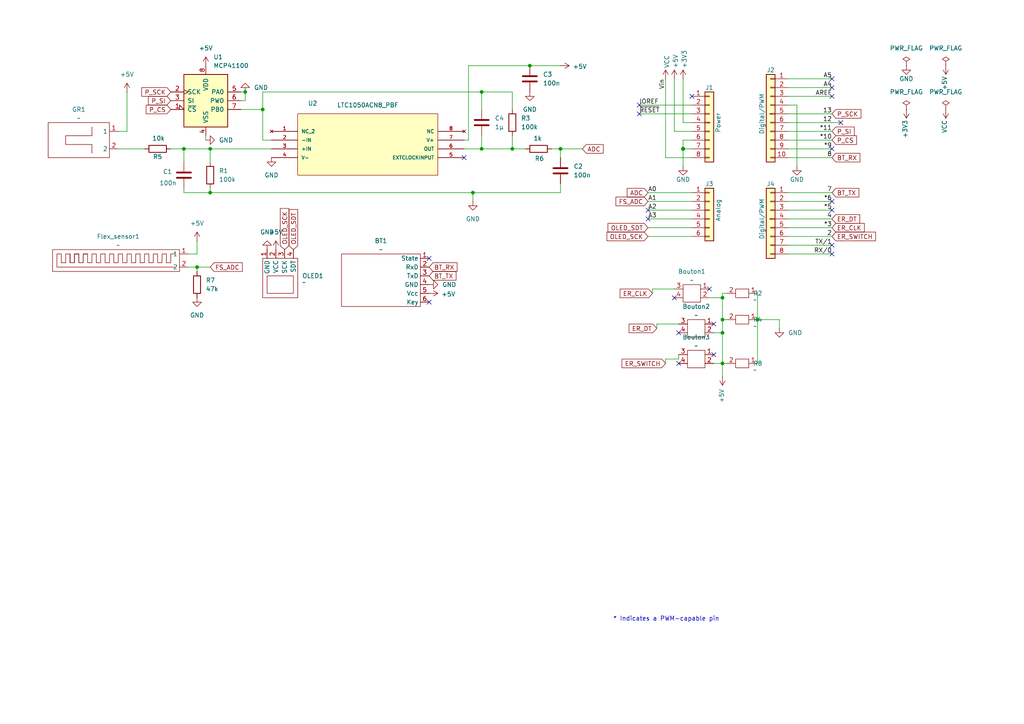
<source format=kicad_sch>
(kicad_sch
	(version 20231120)
	(generator "eeschema")
	(generator_version "8.0")
	(uuid "e63e39d7-6ac0-4ffd-8aa3-1841a4541b55")
	(paper "A4")
	(title_block
		(date "mar. 31 mars 2015")
	)
	(lib_symbols
		(symbol "Connector_Generic:Conn_01x06"
			(pin_names
				(offset 1.016) hide)
			(exclude_from_sim no)
			(in_bom yes)
			(on_board yes)
			(property "Reference" "J"
				(at 0 7.62 0)
				(effects
					(font
						(size 1.27 1.27)
					)
				)
			)
			(property "Value" "Conn_01x06"
				(at 0 -10.16 0)
				(effects
					(font
						(size 1.27 1.27)
					)
				)
			)
			(property "Footprint" ""
				(at 0 0 0)
				(effects
					(font
						(size 1.27 1.27)
					)
					(hide yes)
				)
			)
			(property "Datasheet" "~"
				(at 0 0 0)
				(effects
					(font
						(size 1.27 1.27)
					)
					(hide yes)
				)
			)
			(property "Description" "Generic connector, single row, 01x06, script generated (kicad-library-utils/schlib/autogen/connector/)"
				(at 0 0 0)
				(effects
					(font
						(size 1.27 1.27)
					)
					(hide yes)
				)
			)
			(property "ki_keywords" "connector"
				(at 0 0 0)
				(effects
					(font
						(size 1.27 1.27)
					)
					(hide yes)
				)
			)
			(property "ki_fp_filters" "Connector*:*_1x??_*"
				(at 0 0 0)
				(effects
					(font
						(size 1.27 1.27)
					)
					(hide yes)
				)
			)
			(symbol "Conn_01x06_1_1"
				(rectangle
					(start -1.27 -7.493)
					(end 0 -7.747)
					(stroke
						(width 0.1524)
						(type default)
					)
					(fill
						(type none)
					)
				)
				(rectangle
					(start -1.27 -4.953)
					(end 0 -5.207)
					(stroke
						(width 0.1524)
						(type default)
					)
					(fill
						(type none)
					)
				)
				(rectangle
					(start -1.27 -2.413)
					(end 0 -2.667)
					(stroke
						(width 0.1524)
						(type default)
					)
					(fill
						(type none)
					)
				)
				(rectangle
					(start -1.27 0.127)
					(end 0 -0.127)
					(stroke
						(width 0.1524)
						(type default)
					)
					(fill
						(type none)
					)
				)
				(rectangle
					(start -1.27 2.667)
					(end 0 2.413)
					(stroke
						(width 0.1524)
						(type default)
					)
					(fill
						(type none)
					)
				)
				(rectangle
					(start -1.27 5.207)
					(end 0 4.953)
					(stroke
						(width 0.1524)
						(type default)
					)
					(fill
						(type none)
					)
				)
				(rectangle
					(start -1.27 6.35)
					(end 1.27 -8.89)
					(stroke
						(width 0.254)
						(type default)
					)
					(fill
						(type background)
					)
				)
				(pin passive line
					(at -5.08 5.08 0)
					(length 3.81)
					(name "Pin_1"
						(effects
							(font
								(size 1.27 1.27)
							)
						)
					)
					(number "1"
						(effects
							(font
								(size 1.27 1.27)
							)
						)
					)
				)
				(pin passive line
					(at -5.08 2.54 0)
					(length 3.81)
					(name "Pin_2"
						(effects
							(font
								(size 1.27 1.27)
							)
						)
					)
					(number "2"
						(effects
							(font
								(size 1.27 1.27)
							)
						)
					)
				)
				(pin passive line
					(at -5.08 0 0)
					(length 3.81)
					(name "Pin_3"
						(effects
							(font
								(size 1.27 1.27)
							)
						)
					)
					(number "3"
						(effects
							(font
								(size 1.27 1.27)
							)
						)
					)
				)
				(pin passive line
					(at -5.08 -2.54 0)
					(length 3.81)
					(name "Pin_4"
						(effects
							(font
								(size 1.27 1.27)
							)
						)
					)
					(number "4"
						(effects
							(font
								(size 1.27 1.27)
							)
						)
					)
				)
				(pin passive line
					(at -5.08 -5.08 0)
					(length 3.81)
					(name "Pin_5"
						(effects
							(font
								(size 1.27 1.27)
							)
						)
					)
					(number "5"
						(effects
							(font
								(size 1.27 1.27)
							)
						)
					)
				)
				(pin passive line
					(at -5.08 -7.62 0)
					(length 3.81)
					(name "Pin_6"
						(effects
							(font
								(size 1.27 1.27)
							)
						)
					)
					(number "6"
						(effects
							(font
								(size 1.27 1.27)
							)
						)
					)
				)
			)
		)
		(symbol "Connector_Generic:Conn_01x08"
			(pin_names
				(offset 1.016) hide)
			(exclude_from_sim no)
			(in_bom yes)
			(on_board yes)
			(property "Reference" "J"
				(at 0 10.16 0)
				(effects
					(font
						(size 1.27 1.27)
					)
				)
			)
			(property "Value" "Conn_01x08"
				(at 0 -12.7 0)
				(effects
					(font
						(size 1.27 1.27)
					)
				)
			)
			(property "Footprint" ""
				(at 0 0 0)
				(effects
					(font
						(size 1.27 1.27)
					)
					(hide yes)
				)
			)
			(property "Datasheet" "~"
				(at 0 0 0)
				(effects
					(font
						(size 1.27 1.27)
					)
					(hide yes)
				)
			)
			(property "Description" "Generic connector, single row, 01x08, script generated (kicad-library-utils/schlib/autogen/connector/)"
				(at 0 0 0)
				(effects
					(font
						(size 1.27 1.27)
					)
					(hide yes)
				)
			)
			(property "ki_keywords" "connector"
				(at 0 0 0)
				(effects
					(font
						(size 1.27 1.27)
					)
					(hide yes)
				)
			)
			(property "ki_fp_filters" "Connector*:*_1x??_*"
				(at 0 0 0)
				(effects
					(font
						(size 1.27 1.27)
					)
					(hide yes)
				)
			)
			(symbol "Conn_01x08_1_1"
				(rectangle
					(start -1.27 -10.033)
					(end 0 -10.287)
					(stroke
						(width 0.1524)
						(type default)
					)
					(fill
						(type none)
					)
				)
				(rectangle
					(start -1.27 -7.493)
					(end 0 -7.747)
					(stroke
						(width 0.1524)
						(type default)
					)
					(fill
						(type none)
					)
				)
				(rectangle
					(start -1.27 -4.953)
					(end 0 -5.207)
					(stroke
						(width 0.1524)
						(type default)
					)
					(fill
						(type none)
					)
				)
				(rectangle
					(start -1.27 -2.413)
					(end 0 -2.667)
					(stroke
						(width 0.1524)
						(type default)
					)
					(fill
						(type none)
					)
				)
				(rectangle
					(start -1.27 0.127)
					(end 0 -0.127)
					(stroke
						(width 0.1524)
						(type default)
					)
					(fill
						(type none)
					)
				)
				(rectangle
					(start -1.27 2.667)
					(end 0 2.413)
					(stroke
						(width 0.1524)
						(type default)
					)
					(fill
						(type none)
					)
				)
				(rectangle
					(start -1.27 5.207)
					(end 0 4.953)
					(stroke
						(width 0.1524)
						(type default)
					)
					(fill
						(type none)
					)
				)
				(rectangle
					(start -1.27 7.747)
					(end 0 7.493)
					(stroke
						(width 0.1524)
						(type default)
					)
					(fill
						(type none)
					)
				)
				(rectangle
					(start -1.27 8.89)
					(end 1.27 -11.43)
					(stroke
						(width 0.254)
						(type default)
					)
					(fill
						(type background)
					)
				)
				(pin passive line
					(at -5.08 7.62 0)
					(length 3.81)
					(name "Pin_1"
						(effects
							(font
								(size 1.27 1.27)
							)
						)
					)
					(number "1"
						(effects
							(font
								(size 1.27 1.27)
							)
						)
					)
				)
				(pin passive line
					(at -5.08 5.08 0)
					(length 3.81)
					(name "Pin_2"
						(effects
							(font
								(size 1.27 1.27)
							)
						)
					)
					(number "2"
						(effects
							(font
								(size 1.27 1.27)
							)
						)
					)
				)
				(pin passive line
					(at -5.08 2.54 0)
					(length 3.81)
					(name "Pin_3"
						(effects
							(font
								(size 1.27 1.27)
							)
						)
					)
					(number "3"
						(effects
							(font
								(size 1.27 1.27)
							)
						)
					)
				)
				(pin passive line
					(at -5.08 0 0)
					(length 3.81)
					(name "Pin_4"
						(effects
							(font
								(size 1.27 1.27)
							)
						)
					)
					(number "4"
						(effects
							(font
								(size 1.27 1.27)
							)
						)
					)
				)
				(pin passive line
					(at -5.08 -2.54 0)
					(length 3.81)
					(name "Pin_5"
						(effects
							(font
								(size 1.27 1.27)
							)
						)
					)
					(number "5"
						(effects
							(font
								(size 1.27 1.27)
							)
						)
					)
				)
				(pin passive line
					(at -5.08 -5.08 0)
					(length 3.81)
					(name "Pin_6"
						(effects
							(font
								(size 1.27 1.27)
							)
						)
					)
					(number "6"
						(effects
							(font
								(size 1.27 1.27)
							)
						)
					)
				)
				(pin passive line
					(at -5.08 -7.62 0)
					(length 3.81)
					(name "Pin_7"
						(effects
							(font
								(size 1.27 1.27)
							)
						)
					)
					(number "7"
						(effects
							(font
								(size 1.27 1.27)
							)
						)
					)
				)
				(pin passive line
					(at -5.08 -10.16 0)
					(length 3.81)
					(name "Pin_8"
						(effects
							(font
								(size 1.27 1.27)
							)
						)
					)
					(number "8"
						(effects
							(font
								(size 1.27 1.27)
							)
						)
					)
				)
			)
		)
		(symbol "Connector_Generic:Conn_01x10"
			(pin_names
				(offset 1.016) hide)
			(exclude_from_sim no)
			(in_bom yes)
			(on_board yes)
			(property "Reference" "J"
				(at 0 12.7 0)
				(effects
					(font
						(size 1.27 1.27)
					)
				)
			)
			(property "Value" "Conn_01x10"
				(at 0 -15.24 0)
				(effects
					(font
						(size 1.27 1.27)
					)
				)
			)
			(property "Footprint" ""
				(at 0 0 0)
				(effects
					(font
						(size 1.27 1.27)
					)
					(hide yes)
				)
			)
			(property "Datasheet" "~"
				(at 0 0 0)
				(effects
					(font
						(size 1.27 1.27)
					)
					(hide yes)
				)
			)
			(property "Description" "Generic connector, single row, 01x10, script generated (kicad-library-utils/schlib/autogen/connector/)"
				(at 0 0 0)
				(effects
					(font
						(size 1.27 1.27)
					)
					(hide yes)
				)
			)
			(property "ki_keywords" "connector"
				(at 0 0 0)
				(effects
					(font
						(size 1.27 1.27)
					)
					(hide yes)
				)
			)
			(property "ki_fp_filters" "Connector*:*_1x??_*"
				(at 0 0 0)
				(effects
					(font
						(size 1.27 1.27)
					)
					(hide yes)
				)
			)
			(symbol "Conn_01x10_1_1"
				(rectangle
					(start -1.27 -12.573)
					(end 0 -12.827)
					(stroke
						(width 0.1524)
						(type default)
					)
					(fill
						(type none)
					)
				)
				(rectangle
					(start -1.27 -10.033)
					(end 0 -10.287)
					(stroke
						(width 0.1524)
						(type default)
					)
					(fill
						(type none)
					)
				)
				(rectangle
					(start -1.27 -7.493)
					(end 0 -7.747)
					(stroke
						(width 0.1524)
						(type default)
					)
					(fill
						(type none)
					)
				)
				(rectangle
					(start -1.27 -4.953)
					(end 0 -5.207)
					(stroke
						(width 0.1524)
						(type default)
					)
					(fill
						(type none)
					)
				)
				(rectangle
					(start -1.27 -2.413)
					(end 0 -2.667)
					(stroke
						(width 0.1524)
						(type default)
					)
					(fill
						(type none)
					)
				)
				(rectangle
					(start -1.27 0.127)
					(end 0 -0.127)
					(stroke
						(width 0.1524)
						(type default)
					)
					(fill
						(type none)
					)
				)
				(rectangle
					(start -1.27 2.667)
					(end 0 2.413)
					(stroke
						(width 0.1524)
						(type default)
					)
					(fill
						(type none)
					)
				)
				(rectangle
					(start -1.27 5.207)
					(end 0 4.953)
					(stroke
						(width 0.1524)
						(type default)
					)
					(fill
						(type none)
					)
				)
				(rectangle
					(start -1.27 7.747)
					(end 0 7.493)
					(stroke
						(width 0.1524)
						(type default)
					)
					(fill
						(type none)
					)
				)
				(rectangle
					(start -1.27 10.287)
					(end 0 10.033)
					(stroke
						(width 0.1524)
						(type default)
					)
					(fill
						(type none)
					)
				)
				(rectangle
					(start -1.27 11.43)
					(end 1.27 -13.97)
					(stroke
						(width 0.254)
						(type default)
					)
					(fill
						(type background)
					)
				)
				(pin passive line
					(at -5.08 10.16 0)
					(length 3.81)
					(name "Pin_1"
						(effects
							(font
								(size 1.27 1.27)
							)
						)
					)
					(number "1"
						(effects
							(font
								(size 1.27 1.27)
							)
						)
					)
				)
				(pin passive line
					(at -5.08 -12.7 0)
					(length 3.81)
					(name "Pin_10"
						(effects
							(font
								(size 1.27 1.27)
							)
						)
					)
					(number "10"
						(effects
							(font
								(size 1.27 1.27)
							)
						)
					)
				)
				(pin passive line
					(at -5.08 7.62 0)
					(length 3.81)
					(name "Pin_2"
						(effects
							(font
								(size 1.27 1.27)
							)
						)
					)
					(number "2"
						(effects
							(font
								(size 1.27 1.27)
							)
						)
					)
				)
				(pin passive line
					(at -5.08 5.08 0)
					(length 3.81)
					(name "Pin_3"
						(effects
							(font
								(size 1.27 1.27)
							)
						)
					)
					(number "3"
						(effects
							(font
								(size 1.27 1.27)
							)
						)
					)
				)
				(pin passive line
					(at -5.08 2.54 0)
					(length 3.81)
					(name "Pin_4"
						(effects
							(font
								(size 1.27 1.27)
							)
						)
					)
					(number "4"
						(effects
							(font
								(size 1.27 1.27)
							)
						)
					)
				)
				(pin passive line
					(at -5.08 0 0)
					(length 3.81)
					(name "Pin_5"
						(effects
							(font
								(size 1.27 1.27)
							)
						)
					)
					(number "5"
						(effects
							(font
								(size 1.27 1.27)
							)
						)
					)
				)
				(pin passive line
					(at -5.08 -2.54 0)
					(length 3.81)
					(name "Pin_6"
						(effects
							(font
								(size 1.27 1.27)
							)
						)
					)
					(number "6"
						(effects
							(font
								(size 1.27 1.27)
							)
						)
					)
				)
				(pin passive line
					(at -5.08 -5.08 0)
					(length 3.81)
					(name "Pin_7"
						(effects
							(font
								(size 1.27 1.27)
							)
						)
					)
					(number "7"
						(effects
							(font
								(size 1.27 1.27)
							)
						)
					)
				)
				(pin passive line
					(at -5.08 -7.62 0)
					(length 3.81)
					(name "Pin_8"
						(effects
							(font
								(size 1.27 1.27)
							)
						)
					)
					(number "8"
						(effects
							(font
								(size 1.27 1.27)
							)
						)
					)
				)
				(pin passive line
					(at -5.08 -10.16 0)
					(length 3.81)
					(name "Pin_9"
						(effects
							(font
								(size 1.27 1.27)
							)
						)
					)
					(number "9"
						(effects
							(font
								(size 1.27 1.27)
							)
						)
					)
				)
			)
		)
		(symbol "Device:C"
			(pin_numbers hide)
			(pin_names
				(offset 0.254)
			)
			(exclude_from_sim no)
			(in_bom yes)
			(on_board yes)
			(property "Reference" "C"
				(at 0.635 2.54 0)
				(effects
					(font
						(size 1.27 1.27)
					)
					(justify left)
				)
			)
			(property "Value" "C"
				(at 0.635 -2.54 0)
				(effects
					(font
						(size 1.27 1.27)
					)
					(justify left)
				)
			)
			(property "Footprint" ""
				(at 0.9652 -3.81 0)
				(effects
					(font
						(size 1.27 1.27)
					)
					(hide yes)
				)
			)
			(property "Datasheet" "~"
				(at 0 0 0)
				(effects
					(font
						(size 1.27 1.27)
					)
					(hide yes)
				)
			)
			(property "Description" "Unpolarized capacitor"
				(at 0 0 0)
				(effects
					(font
						(size 1.27 1.27)
					)
					(hide yes)
				)
			)
			(property "ki_keywords" "cap capacitor"
				(at 0 0 0)
				(effects
					(font
						(size 1.27 1.27)
					)
					(hide yes)
				)
			)
			(property "ki_fp_filters" "C_*"
				(at 0 0 0)
				(effects
					(font
						(size 1.27 1.27)
					)
					(hide yes)
				)
			)
			(symbol "C_0_1"
				(polyline
					(pts
						(xy -2.032 -0.762) (xy 2.032 -0.762)
					)
					(stroke
						(width 0.508)
						(type default)
					)
					(fill
						(type none)
					)
				)
				(polyline
					(pts
						(xy -2.032 0.762) (xy 2.032 0.762)
					)
					(stroke
						(width 0.508)
						(type default)
					)
					(fill
						(type none)
					)
				)
			)
			(symbol "C_1_1"
				(pin passive line
					(at 0 3.81 270)
					(length 2.794)
					(name "~"
						(effects
							(font
								(size 1.27 1.27)
							)
						)
					)
					(number "1"
						(effects
							(font
								(size 1.27 1.27)
							)
						)
					)
				)
				(pin passive line
					(at 0 -3.81 90)
					(length 2.794)
					(name "~"
						(effects
							(font
								(size 1.27 1.27)
							)
						)
					)
					(number "2"
						(effects
							(font
								(size 1.27 1.27)
							)
						)
					)
				)
			)
		)
		(symbol "Device:R"
			(pin_numbers hide)
			(pin_names
				(offset 0)
			)
			(exclude_from_sim no)
			(in_bom yes)
			(on_board yes)
			(property "Reference" "R"
				(at 2.032 0 90)
				(effects
					(font
						(size 1.27 1.27)
					)
				)
			)
			(property "Value" "R"
				(at 0 0 90)
				(effects
					(font
						(size 1.27 1.27)
					)
				)
			)
			(property "Footprint" ""
				(at -1.778 0 90)
				(effects
					(font
						(size 1.27 1.27)
					)
					(hide yes)
				)
			)
			(property "Datasheet" "~"
				(at 0 0 0)
				(effects
					(font
						(size 1.27 1.27)
					)
					(hide yes)
				)
			)
			(property "Description" "Resistor"
				(at 0 0 0)
				(effects
					(font
						(size 1.27 1.27)
					)
					(hide yes)
				)
			)
			(property "ki_keywords" "R res resistor"
				(at 0 0 0)
				(effects
					(font
						(size 1.27 1.27)
					)
					(hide yes)
				)
			)
			(property "ki_fp_filters" "R_*"
				(at 0 0 0)
				(effects
					(font
						(size 1.27 1.27)
					)
					(hide yes)
				)
			)
			(symbol "R_0_1"
				(rectangle
					(start -1.016 -2.54)
					(end 1.016 2.54)
					(stroke
						(width 0.254)
						(type default)
					)
					(fill
						(type none)
					)
				)
			)
			(symbol "R_1_1"
				(pin passive line
					(at 0 3.81 270)
					(length 1.27)
					(name "~"
						(effects
							(font
								(size 1.27 1.27)
							)
						)
					)
					(number "1"
						(effects
							(font
								(size 1.27 1.27)
							)
						)
					)
				)
				(pin passive line
					(at 0 -3.81 90)
					(length 1.27)
					(name "~"
						(effects
							(font
								(size 1.27 1.27)
							)
						)
					)
					(number "2"
						(effects
							(font
								(size 1.27 1.27)
							)
						)
					)
				)
			)
		)
		(symbol "LTC1050ACN8_PBF:LTC1050ACN8_PBF"
			(pin_names
				(offset 1.016)
			)
			(exclude_from_sim no)
			(in_bom yes)
			(on_board yes)
			(property "Reference" "U"
				(at 23.2285 9.1237 0)
				(effects
					(font
						(size 1.27 1.27)
					)
					(justify left bottom)
				)
			)
			(property "Value" "LTC1050ACN8_PBF"
				(at 22.6204 6.5902 0)
				(effects
					(font
						(size 1.27 1.27)
					)
					(justify left bottom)
				)
			)
			(property "Footprint" "LTC1050ACN8_PBF:PDIP-8_N"
				(at 0 0 0)
				(effects
					(font
						(size 1.27 1.27)
					)
					(justify bottom)
					(hide yes)
				)
			)
			(property "Datasheet" ""
				(at 0 0 0)
				(effects
					(font
						(size 1.27 1.27)
					)
					(hide yes)
				)
			)
			(property "Description" ""
				(at 0 0 0)
				(effects
					(font
						(size 1.27 1.27)
					)
					(hide yes)
				)
			)
			(property "MF" "Analog Devices"
				(at 0 0 0)
				(effects
					(font
						(size 1.27 1.27)
					)
					(justify bottom)
					(hide yes)
				)
			)
			(property "VENDOR" "Linear Technology"
				(at 0 0 0)
				(effects
					(font
						(size 1.27 1.27)
					)
					(justify bottom)
					(hide yes)
				)
			)
			(property "Description_1" "\nLTC1050 - Precision Zero-Drift Operational Amplifier with Internal Capacitors\n"
				(at 0 0 0)
				(effects
					(font
						(size 1.27 1.27)
					)
					(justify bottom)
					(hide yes)
				)
			)
			(property "COPYRIGHT" "Copyright C 2016 Accelerated Designs. All rights reserved"
				(at 0 0 0)
				(effects
					(font
						(size 1.27 1.27)
					)
					(justify bottom)
					(hide yes)
				)
			)
			(property "Package" "PDIP-8 Linear Technology"
				(at 0 0 0)
				(effects
					(font
						(size 1.27 1.27)
					)
					(justify bottom)
					(hide yes)
				)
			)
			(property "Price" "None"
				(at 0 0 0)
				(effects
					(font
						(size 1.27 1.27)
					)
					(justify bottom)
					(hide yes)
				)
			)
			(property "Check_prices" "https://www.snapeda.com/parts/LTC1050ACN8%23PBF/Analog+Devices/view-part/?ref=eda"
				(at 0 0 0)
				(effects
					(font
						(size 1.27 1.27)
					)
					(justify bottom)
					(hide yes)
				)
			)
			(property "SnapEDA_Link" "https://www.snapeda.com/parts/LTC1050ACN8%23PBF/Analog+Devices/view-part/?ref=snap"
				(at 0 0 0)
				(effects
					(font
						(size 1.27 1.27)
					)
					(justify bottom)
					(hide yes)
				)
			)
			(property "MP" "LTC1050ACN8#PBF"
				(at 0 0 0)
				(effects
					(font
						(size 1.27 1.27)
					)
					(justify bottom)
					(hide yes)
				)
			)
			(property "Purchase-URL" "https://www.snapeda.com/api/url_track_click_mouser/?unipart_id=855415&manufacturer=Analog Devices&part_name=LTC1050ACN8#PBF&search_term=None"
				(at 0 0 0)
				(effects
					(font
						(size 1.27 1.27)
					)
					(justify bottom)
					(hide yes)
				)
			)
			(property "Availability" "In Stock"
				(at 0 0 0)
				(effects
					(font
						(size 1.27 1.27)
					)
					(justify bottom)
					(hide yes)
				)
			)
			(property "MANUFACTURER_PART_NUMBER" "ltc1050acn8"
				(at 0 0 0)
				(effects
					(font
						(size 1.27 1.27)
					)
					(justify bottom)
					(hide yes)
				)
			)
			(symbol "LTC1050ACN8_PBF_0_0"
				(rectangle
					(start 7.62 -12.7)
					(end 48.26 5.08)
					(stroke
						(width 0.1524)
						(type default)
					)
					(fill
						(type background)
					)
				)
				(pin no_connect line
					(at 0 0 0)
					(length 7.62)
					(name "NC_2"
						(effects
							(font
								(size 1.016 1.016)
							)
						)
					)
					(number "1"
						(effects
							(font
								(size 1.016 1.016)
							)
						)
					)
				)
				(pin input line
					(at 0 -2.54 0)
					(length 7.62)
					(name "-IN"
						(effects
							(font
								(size 1.016 1.016)
							)
						)
					)
					(number "2"
						(effects
							(font
								(size 1.016 1.016)
							)
						)
					)
				)
				(pin input line
					(at 0 -5.08 0)
					(length 7.62)
					(name "+IN"
						(effects
							(font
								(size 1.016 1.016)
							)
						)
					)
					(number "3"
						(effects
							(font
								(size 1.016 1.016)
							)
						)
					)
				)
				(pin power_in line
					(at 0 -7.62 0)
					(length 7.62)
					(name "V-"
						(effects
							(font
								(size 1.016 1.016)
							)
						)
					)
					(number "4"
						(effects
							(font
								(size 1.016 1.016)
							)
						)
					)
				)
				(pin input line
					(at 55.88 -7.62 180)
					(length 7.62)
					(name "EXTCLOCKINPUT"
						(effects
							(font
								(size 1.016 1.016)
							)
						)
					)
					(number "5"
						(effects
							(font
								(size 1.016 1.016)
							)
						)
					)
				)
				(pin output line
					(at 55.88 -5.08 180)
					(length 7.62)
					(name "OUT"
						(effects
							(font
								(size 1.016 1.016)
							)
						)
					)
					(number "6"
						(effects
							(font
								(size 1.016 1.016)
							)
						)
					)
				)
				(pin power_in line
					(at 55.88 -2.54 180)
					(length 7.62)
					(name "V+"
						(effects
							(font
								(size 1.016 1.016)
							)
						)
					)
					(number "7"
						(effects
							(font
								(size 1.016 1.016)
							)
						)
					)
				)
				(pin no_connect line
					(at 55.88 0 180)
					(length 7.62)
					(name "NC"
						(effects
							(font
								(size 1.016 1.016)
							)
						)
					)
					(number "8"
						(effects
							(font
								(size 1.016 1.016)
							)
						)
					)
				)
			)
		)
		(symbol "MaLyb_projet:Bluetooth"
			(exclude_from_sim no)
			(in_bom yes)
			(on_board yes)
			(property "Reference" "BT"
				(at 0 0 0)
				(effects
					(font
						(size 1.27 1.27)
					)
				)
			)
			(property "Value" ""
				(at 0 0 0)
				(effects
					(font
						(size 1.27 1.27)
					)
				)
			)
			(property "Footprint" ""
				(at 0 0 0)
				(effects
					(font
						(size 1.27 1.27)
					)
					(hide yes)
				)
			)
			(property "Datasheet" ""
				(at 0 0 0)
				(effects
					(font
						(size 1.27 1.27)
					)
					(hide yes)
				)
			)
			(property "Description" ""
				(at 0 0 0)
				(effects
					(font
						(size 1.27 1.27)
					)
					(hide yes)
				)
			)
			(symbol "Bluetooth_0_1"
				(rectangle
					(start -11.43 7.62)
					(end 11.43 -7.62)
					(stroke
						(width 0)
						(type default)
					)
					(fill
						(type none)
					)
				)
			)
			(symbol "Bluetooth_1_1"
				(pin input line
					(at 13.97 6.35 180)
					(length 2.54)
					(name "State"
						(effects
							(font
								(size 1.27 1.27)
							)
						)
					)
					(number "1"
						(effects
							(font
								(size 1.27 1.27)
							)
						)
					)
				)
				(pin input line
					(at 13.97 3.81 180)
					(length 2.54)
					(name "RxD"
						(effects
							(font
								(size 1.27 1.27)
							)
						)
					)
					(number "2"
						(effects
							(font
								(size 1.27 1.27)
							)
						)
					)
				)
				(pin output line
					(at 13.97 1.27 180)
					(length 2.54)
					(name "TxD"
						(effects
							(font
								(size 1.27 1.27)
							)
						)
					)
					(number "3"
						(effects
							(font
								(size 1.27 1.27)
							)
						)
					)
				)
				(pin power_in line
					(at 13.97 -1.27 180)
					(length 2.54)
					(name "GND"
						(effects
							(font
								(size 1.27 1.27)
							)
						)
					)
					(number "4"
						(effects
							(font
								(size 1.27 1.27)
							)
						)
					)
				)
				(pin power_in line
					(at 13.97 -3.81 180)
					(length 2.54)
					(name "Vcc"
						(effects
							(font
								(size 1.27 1.27)
							)
						)
					)
					(number "5"
						(effects
							(font
								(size 1.27 1.27)
							)
						)
					)
				)
				(pin input line
					(at 13.97 -6.35 180)
					(length 2.54)
					(name "Key"
						(effects
							(font
								(size 1.27 1.27)
							)
						)
					)
					(number "6"
						(effects
							(font
								(size 1.27 1.27)
							)
						)
					)
				)
			)
		)
		(symbol "MaLyb_projet:Bouton"
			(exclude_from_sim no)
			(in_bom yes)
			(on_board yes)
			(property "Reference" "Bouton"
				(at 0 0 0)
				(effects
					(font
						(size 1.27 1.27)
					)
				)
			)
			(property "Value" ""
				(at 0 0 0)
				(effects
					(font
						(size 1.27 1.27)
					)
				)
			)
			(property "Footprint" ""
				(at 0 0 0)
				(effects
					(font
						(size 1.27 1.27)
					)
					(hide yes)
				)
			)
			(property "Datasheet" ""
				(at 0 0 0)
				(effects
					(font
						(size 1.27 1.27)
					)
					(hide yes)
				)
			)
			(property "Description" ""
				(at 0 0 0)
				(effects
					(font
						(size 1.27 1.27)
					)
					(hide yes)
				)
			)
			(symbol "Bouton_0_1"
				(rectangle
					(start -2.54 2.54)
					(end 2.54 -2.54)
					(stroke
						(width 0)
						(type default)
					)
					(fill
						(type none)
					)
				)
			)
			(symbol "Bouton_1_1"
				(pin input line
					(at 5.08 1.27 180)
					(length 2.54)
					(name ""
						(effects
							(font
								(size 1.27 1.27)
							)
						)
					)
					(number "1"
						(effects
							(font
								(size 1.27 1.27)
							)
						)
					)
				)
				(pin input line
					(at 5.08 -1.27 180)
					(length 2.54)
					(name ""
						(effects
							(font
								(size 1.27 1.27)
							)
						)
					)
					(number "2"
						(effects
							(font
								(size 1.27 1.27)
							)
						)
					)
				)
				(pin input line
					(at -5.08 1.27 0)
					(length 2.54)
					(name ""
						(effects
							(font
								(size 1.27 1.27)
							)
						)
					)
					(number "3"
						(effects
							(font
								(size 1.27 1.27)
							)
						)
					)
				)
				(pin input line
					(at -5.08 -1.27 0)
					(length 2.54)
					(name ""
						(effects
							(font
								(size 1.27 1.27)
							)
						)
					)
					(number "4"
						(effects
							(font
								(size 1.27 1.27)
							)
						)
					)
				)
			)
		)
		(symbol "MaLyb_projet:Capteur_GR"
			(exclude_from_sim no)
			(in_bom yes)
			(on_board yes)
			(property "Reference" "GR"
				(at -6.35 0 0)
				(effects
					(font
						(size 1.27 1.27)
					)
				)
			)
			(property "Value" ""
				(at -1.27 0 0)
				(effects
					(font
						(size 1.27 1.27)
					)
				)
			)
			(property "Footprint" ""
				(at -1.27 0 0)
				(effects
					(font
						(size 1.27 1.27)
					)
					(hide yes)
				)
			)
			(property "Datasheet" ""
				(at -1.27 0 0)
				(effects
					(font
						(size 1.27 1.27)
					)
					(hide yes)
				)
			)
			(property "Description" ""
				(at -1.27 0 0)
				(effects
					(font
						(size 1.27 1.27)
					)
					(hide yes)
				)
			)
			(symbol "Capteur_GR_0_1"
				(rectangle
					(start -8.89 5.08)
					(end 8.89 -5.08)
					(stroke
						(width 0)
						(type default)
					)
					(fill
						(type none)
					)
				)
				(polyline
					(pts
						(xy 3.81 3.81) (xy 3.81 2.54) (xy 3.81 1.27) (xy -3.81 1.27) (xy -3.81 -1.27) (xy 3.81 -1.27)
						(xy 3.81 -3.81) (xy 3.81 -3.81) (xy 3.81 -3.81)
					)
					(stroke
						(width 0)
						(type default)
					)
					(fill
						(type none)
					)
				)
			)
			(symbol "Capteur_GR_1_1"
				(pin passive line
					(at 11.43 2.54 180)
					(length 2.54)
					(name "1"
						(effects
							(font
								(size 1.27 1.27)
							)
						)
					)
					(number "1"
						(effects
							(font
								(size 1.27 1.27)
							)
						)
					)
				)
				(pin passive line
					(at 11.43 -2.54 180)
					(length 2.54)
					(name "2"
						(effects
							(font
								(size 1.27 1.27)
							)
						)
					)
					(number "2"
						(effects
							(font
								(size 1.27 1.27)
							)
						)
					)
				)
			)
		)
		(symbol "MaLyb_projet:Flex_Sensor"
			(exclude_from_sim no)
			(in_bom yes)
			(on_board yes)
			(property "Reference" "Flex_sensor"
				(at -17.78 0 0)
				(effects
					(font
						(size 1.27 1.27)
					)
				)
			)
			(property "Value" ""
				(at 0 0 0)
				(effects
					(font
						(size 1.27 1.27)
					)
				)
			)
			(property "Footprint" ""
				(at 0 0 0)
				(effects
					(font
						(size 1.27 1.27)
					)
					(hide yes)
				)
			)
			(property "Datasheet" ""
				(at 0 0 0)
				(effects
					(font
						(size 1.27 1.27)
					)
					(hide yes)
				)
			)
			(property "Description" ""
				(at 0 0 0)
				(effects
					(font
						(size 1.27 1.27)
					)
					(hide yes)
				)
			)
			(symbol "Flex_Sensor_0_1"
				(rectangle
					(start -10.16 2.54)
					(end 26.67 -3.81)
					(stroke
						(width 0)
						(type default)
					)
					(fill
						(type none)
					)
				)
				(polyline
					(pts
						(xy 0 1.27) (xy -1.27 1.27) (xy -1.27 -1.27) (xy -2.54 -1.27) (xy -2.54 1.27) (xy -3.81 1.27)
						(xy -3.81 -1.27) (xy -5.08 -1.27) (xy -5.08 1.27) (xy -6.35 1.27) (xy -6.35 -1.27) (xy -7.62 -1.27)
						(xy -7.62 1.27) (xy -8.89 1.27) (xy -8.89 -1.27) (xy -8.89 -2.54) (xy 25.4 -2.54)
					)
					(stroke
						(width 0)
						(type default)
					)
					(fill
						(type none)
					)
				)
				(polyline
					(pts
						(xy 5.08 1.27) (xy 3.81 1.27) (xy 3.81 -1.27) (xy 2.54 -1.27) (xy 2.54 1.27) (xy 1.27 1.27) (xy 1.27 -1.27)
						(xy 0 -1.27) (xy 0 1.27) (xy -1.27 1.27) (xy -1.27 -1.27) (xy -2.54 -1.27) (xy -2.54 1.27) (xy -3.81 1.27)
						(xy -3.81 -1.27) (xy -5.08 -1.27) (xy -5.08 1.27)
					)
					(stroke
						(width 0)
						(type default)
					)
					(fill
						(type none)
					)
				)
				(polyline
					(pts
						(xy 15.24 1.27) (xy 13.97 1.27) (xy 13.97 -1.27) (xy 12.7 -1.27) (xy 12.7 1.27) (xy 11.43 1.27)
						(xy 11.43 -1.27) (xy 10.16 -1.27) (xy 10.16 1.27) (xy 8.89 1.27) (xy 8.89 -1.27) (xy 7.62 -1.27)
						(xy 7.62 1.27) (xy 6.35 1.27) (xy 6.35 -1.27) (xy 5.08 -1.27) (xy 5.08 1.27)
					)
					(stroke
						(width 0)
						(type default)
					)
					(fill
						(type none)
					)
				)
				(polyline
					(pts
						(xy 25.4 1.27) (xy 24.13 1.27) (xy 24.13 -1.27) (xy 22.86 -1.27) (xy 22.86 1.27) (xy 21.59 1.27)
						(xy 21.59 -1.27) (xy 20.32 -1.27) (xy 20.32 1.27) (xy 19.05 1.27) (xy 19.05 -1.27) (xy 17.78 -1.27)
						(xy 17.78 1.27) (xy 16.51 1.27) (xy 16.51 -1.27) (xy 15.24 -1.27) (xy 15.24 1.27)
					)
					(stroke
						(width 0)
						(type default)
					)
					(fill
						(type none)
					)
				)
			)
			(symbol "Flex_Sensor_1_1"
				(pin passive line
					(at 29.21 1.27 180)
					(length 2.54)
					(name "1"
						(effects
							(font
								(size 1.27 1.27)
							)
						)
					)
					(number "1"
						(effects
							(font
								(size 1.27 1.27)
							)
						)
					)
				)
				(pin passive line
					(at 29.21 -2.54 180)
					(length 2.54)
					(name "2"
						(effects
							(font
								(size 1.27 1.27)
							)
						)
					)
					(number "2"
						(effects
							(font
								(size 1.27 1.27)
							)
						)
					)
				)
			)
		)
		(symbol "MaLyb_projet:OLED"
			(exclude_from_sim no)
			(in_bom yes)
			(on_board yes)
			(property "Reference" "OLED"
				(at 0 -3.81 0)
				(effects
					(font
						(size 1.27 1.27)
					)
				)
			)
			(property "Value" ""
				(at 0 0 0)
				(effects
					(font
						(size 1.27 1.27)
					)
				)
			)
			(property "Footprint" ""
				(at 0 0 0)
				(effects
					(font
						(size 1.27 1.27)
					)
					(hide yes)
				)
			)
			(property "Datasheet" ""
				(at 0 0 0)
				(effects
					(font
						(size 1.27 1.27)
					)
					(hide yes)
				)
			)
			(property "Description" ""
				(at 0 0 0)
				(effects
					(font
						(size 1.27 1.27)
					)
					(hide yes)
				)
			)
			(symbol "OLED_0_1"
				(rectangle
					(start -5.08 3.81)
					(end 5.08 -7.62)
					(stroke
						(width 0)
						(type default)
					)
					(fill
						(type none)
					)
				)
				(rectangle
					(start -3.81 -1.27)
					(end 3.81 -6.35)
					(stroke
						(width 0)
						(type default)
					)
					(fill
						(type none)
					)
				)
			)
			(symbol "OLED_1_1"
				(pin power_in line
					(at -3.81 6.35 270)
					(length 2.54)
					(name "GND"
						(effects
							(font
								(size 1.27 1.27)
							)
						)
					)
					(number "1"
						(effects
							(font
								(size 1.27 1.27)
							)
						)
					)
				)
				(pin power_in line
					(at -1.27 6.35 270)
					(length 2.54)
					(name "VCC"
						(effects
							(font
								(size 1.27 1.27)
							)
						)
					)
					(number "2"
						(effects
							(font
								(size 1.27 1.27)
							)
						)
					)
				)
				(pin input line
					(at 1.27 6.35 270)
					(length 2.54)
					(name "SCK"
						(effects
							(font
								(size 1.27 1.27)
							)
						)
					)
					(number "3"
						(effects
							(font
								(size 1.27 1.27)
							)
						)
					)
				)
				(pin input line
					(at 3.81 6.35 270)
					(length 2.54)
					(name "SDT"
						(effects
							(font
								(size 1.27 1.27)
							)
						)
					)
					(number "4"
						(effects
							(font
								(size 1.27 1.27)
							)
						)
					)
				)
			)
		)
		(symbol "MaLyb_projet:Res"
			(exclude_from_sim no)
			(in_bom yes)
			(on_board yes)
			(property "Reference" "R"
				(at -1.27 1.27 0)
				(effects
					(font
						(size 1.27 1.27)
					)
				)
			)
			(property "Value" ""
				(at 0 0 0)
				(effects
					(font
						(size 1.27 1.27)
					)
				)
			)
			(property "Footprint" ""
				(at 0 0 0)
				(effects
					(font
						(size 1.27 1.27)
					)
					(hide yes)
				)
			)
			(property "Datasheet" ""
				(at 0 0 0)
				(effects
					(font
						(size 1.27 1.27)
					)
					(hide yes)
				)
			)
			(property "Description" ""
				(at 0 0 0)
				(effects
					(font
						(size 1.27 1.27)
					)
					(hide yes)
				)
			)
			(symbol "Res_0_1"
				(rectangle
					(start -2.54 2.54)
					(end 1.27 0)
					(stroke
						(width 0)
						(type default)
					)
					(fill
						(type none)
					)
				)
			)
			(symbol "Res_1_1"
				(pin input line
					(at 3.81 1.27 180)
					(length 2.54)
					(name ""
						(effects
							(font
								(size 1.27 1.27)
							)
						)
					)
					(number "1"
						(effects
							(font
								(size 1.27 1.27)
							)
						)
					)
				)
				(pin input line
					(at -5.08 1.27 0)
					(length 2.54)
					(name ""
						(effects
							(font
								(size 1.27 1.27)
							)
						)
					)
					(number "2"
						(effects
							(font
								(size 1.27 1.27)
							)
						)
					)
				)
			)
		)
		(symbol "Potentiometer_Digital:MCP41100"
			(pin_names
				(offset 1.016)
			)
			(exclude_from_sim no)
			(in_bom yes)
			(on_board yes)
			(property "Reference" "U"
				(at -6.35 8.89 0)
				(effects
					(font
						(size 1.27 1.27)
					)
					(justify left)
				)
			)
			(property "Value" "MCP41100"
				(at 1.27 8.89 0)
				(effects
					(font
						(size 1.27 1.27)
					)
					(justify left)
				)
			)
			(property "Footprint" ""
				(at 0 0 0)
				(effects
					(font
						(size 1.27 1.27)
					)
					(hide yes)
				)
			)
			(property "Datasheet" "http://ww1.microchip.com/downloads/en/DeviceDoc/11195c.pdf"
				(at 0 0 0)
				(effects
					(font
						(size 1.27 1.27)
					)
					(hide yes)
				)
			)
			(property "Description" "Single Digital Potentiometer, SPI interface, 256 taps, 100 kohm"
				(at 0 0 0)
				(effects
					(font
						(size 1.27 1.27)
					)
					(hide yes)
				)
			)
			(property "ki_keywords" "R POT"
				(at 0 0 0)
				(effects
					(font
						(size 1.27 1.27)
					)
					(hide yes)
				)
			)
			(property "ki_fp_filters" "DIP*W7.62mm* SOIC*P1.27mm*"
				(at 0 0 0)
				(effects
					(font
						(size 1.27 1.27)
					)
					(hide yes)
				)
			)
			(symbol "MCP41100_0_1"
				(rectangle
					(start -6.35 7.62)
					(end 6.35 -7.62)
					(stroke
						(width 0.254)
						(type default)
					)
					(fill
						(type background)
					)
				)
			)
			(symbol "MCP41100_1_1"
				(pin input input_low
					(at -10.16 -2.54 0)
					(length 3.81)
					(name "~{CS}"
						(effects
							(font
								(size 1.27 1.27)
							)
						)
					)
					(number "1"
						(effects
							(font
								(size 1.27 1.27)
							)
						)
					)
				)
				(pin passive clock
					(at -10.16 2.54 0)
					(length 3.81)
					(name "SCK"
						(effects
							(font
								(size 1.27 1.27)
							)
						)
					)
					(number "2"
						(effects
							(font
								(size 1.27 1.27)
							)
						)
					)
				)
				(pin input line
					(at -10.16 0 0)
					(length 3.81)
					(name "SI"
						(effects
							(font
								(size 1.27 1.27)
							)
						)
					)
					(number "3"
						(effects
							(font
								(size 1.27 1.27)
							)
						)
					)
				)
				(pin power_in line
					(at 0 -10.16 90)
					(length 2.54)
					(name "VSS"
						(effects
							(font
								(size 1.27 1.27)
							)
						)
					)
					(number "4"
						(effects
							(font
								(size 1.27 1.27)
							)
						)
					)
				)
				(pin passive line
					(at 10.16 2.54 180)
					(length 3.81)
					(name "PA0"
						(effects
							(font
								(size 1.27 1.27)
							)
						)
					)
					(number "5"
						(effects
							(font
								(size 1.27 1.27)
							)
						)
					)
				)
				(pin passive line
					(at 10.16 0 180)
					(length 3.81)
					(name "PW0"
						(effects
							(font
								(size 1.27 1.27)
							)
						)
					)
					(number "6"
						(effects
							(font
								(size 1.27 1.27)
							)
						)
					)
				)
				(pin passive line
					(at 10.16 -2.54 180)
					(length 3.81)
					(name "PB0"
						(effects
							(font
								(size 1.27 1.27)
							)
						)
					)
					(number "7"
						(effects
							(font
								(size 1.27 1.27)
							)
						)
					)
				)
				(pin power_in line
					(at 0 10.16 270)
					(length 2.54)
					(name "VDD"
						(effects
							(font
								(size 1.27 1.27)
							)
						)
					)
					(number "8"
						(effects
							(font
								(size 1.27 1.27)
							)
						)
					)
				)
			)
		)
		(symbol "power:+3V3"
			(power)
			(pin_numbers hide)
			(pin_names
				(offset 0) hide)
			(exclude_from_sim no)
			(in_bom yes)
			(on_board yes)
			(property "Reference" "#PWR"
				(at 0 -3.81 0)
				(effects
					(font
						(size 1.27 1.27)
					)
					(hide yes)
				)
			)
			(property "Value" "+3V3"
				(at 0 3.556 0)
				(effects
					(font
						(size 1.27 1.27)
					)
				)
			)
			(property "Footprint" ""
				(at 0 0 0)
				(effects
					(font
						(size 1.27 1.27)
					)
					(hide yes)
				)
			)
			(property "Datasheet" ""
				(at 0 0 0)
				(effects
					(font
						(size 1.27 1.27)
					)
					(hide yes)
				)
			)
			(property "Description" "Power symbol creates a global label with name \"+3V3\""
				(at 0 0 0)
				(effects
					(font
						(size 1.27 1.27)
					)
					(hide yes)
				)
			)
			(property "ki_keywords" "global power"
				(at 0 0 0)
				(effects
					(font
						(size 1.27 1.27)
					)
					(hide yes)
				)
			)
			(symbol "+3V3_0_1"
				(polyline
					(pts
						(xy -0.762 1.27) (xy 0 2.54)
					)
					(stroke
						(width 0)
						(type default)
					)
					(fill
						(type none)
					)
				)
				(polyline
					(pts
						(xy 0 0) (xy 0 2.54)
					)
					(stroke
						(width 0)
						(type default)
					)
					(fill
						(type none)
					)
				)
				(polyline
					(pts
						(xy 0 2.54) (xy 0.762 1.27)
					)
					(stroke
						(width 0)
						(type default)
					)
					(fill
						(type none)
					)
				)
			)
			(symbol "+3V3_1_1"
				(pin power_in line
					(at 0 0 90)
					(length 0)
					(name "~"
						(effects
							(font
								(size 1.27 1.27)
							)
						)
					)
					(number "1"
						(effects
							(font
								(size 1.27 1.27)
							)
						)
					)
				)
			)
		)
		(symbol "power:+5V"
			(power)
			(pin_numbers hide)
			(pin_names
				(offset 0) hide)
			(exclude_from_sim no)
			(in_bom yes)
			(on_board yes)
			(property "Reference" "#PWR"
				(at 0 -3.81 0)
				(effects
					(font
						(size 1.27 1.27)
					)
					(hide yes)
				)
			)
			(property "Value" "+5V"
				(at 0 3.556 0)
				(effects
					(font
						(size 1.27 1.27)
					)
				)
			)
			(property "Footprint" ""
				(at 0 0 0)
				(effects
					(font
						(size 1.27 1.27)
					)
					(hide yes)
				)
			)
			(property "Datasheet" ""
				(at 0 0 0)
				(effects
					(font
						(size 1.27 1.27)
					)
					(hide yes)
				)
			)
			(property "Description" "Power symbol creates a global label with name \"+5V\""
				(at 0 0 0)
				(effects
					(font
						(size 1.27 1.27)
					)
					(hide yes)
				)
			)
			(property "ki_keywords" "global power"
				(at 0 0 0)
				(effects
					(font
						(size 1.27 1.27)
					)
					(hide yes)
				)
			)
			(symbol "+5V_0_1"
				(polyline
					(pts
						(xy -0.762 1.27) (xy 0 2.54)
					)
					(stroke
						(width 0)
						(type default)
					)
					(fill
						(type none)
					)
				)
				(polyline
					(pts
						(xy 0 0) (xy 0 2.54)
					)
					(stroke
						(width 0)
						(type default)
					)
					(fill
						(type none)
					)
				)
				(polyline
					(pts
						(xy 0 2.54) (xy 0.762 1.27)
					)
					(stroke
						(width 0)
						(type default)
					)
					(fill
						(type none)
					)
				)
			)
			(symbol "+5V_1_1"
				(pin power_in line
					(at 0 0 90)
					(length 0)
					(name "~"
						(effects
							(font
								(size 1.27 1.27)
							)
						)
					)
					(number "1"
						(effects
							(font
								(size 1.27 1.27)
							)
						)
					)
				)
			)
		)
		(symbol "power:GND"
			(power)
			(pin_numbers hide)
			(pin_names
				(offset 0) hide)
			(exclude_from_sim no)
			(in_bom yes)
			(on_board yes)
			(property "Reference" "#PWR"
				(at 0 -6.35 0)
				(effects
					(font
						(size 1.27 1.27)
					)
					(hide yes)
				)
			)
			(property "Value" "GND"
				(at 0 -3.81 0)
				(effects
					(font
						(size 1.27 1.27)
					)
				)
			)
			(property "Footprint" ""
				(at 0 0 0)
				(effects
					(font
						(size 1.27 1.27)
					)
					(hide yes)
				)
			)
			(property "Datasheet" ""
				(at 0 0 0)
				(effects
					(font
						(size 1.27 1.27)
					)
					(hide yes)
				)
			)
			(property "Description" "Power symbol creates a global label with name \"GND\" , ground"
				(at 0 0 0)
				(effects
					(font
						(size 1.27 1.27)
					)
					(hide yes)
				)
			)
			(property "ki_keywords" "global power"
				(at 0 0 0)
				(effects
					(font
						(size 1.27 1.27)
					)
					(hide yes)
				)
			)
			(symbol "GND_0_1"
				(polyline
					(pts
						(xy 0 0) (xy 0 -1.27) (xy 1.27 -1.27) (xy 0 -2.54) (xy -1.27 -1.27) (xy 0 -1.27)
					)
					(stroke
						(width 0)
						(type default)
					)
					(fill
						(type none)
					)
				)
			)
			(symbol "GND_1_1"
				(pin power_in line
					(at 0 0 270)
					(length 0)
					(name "~"
						(effects
							(font
								(size 1.27 1.27)
							)
						)
					)
					(number "1"
						(effects
							(font
								(size 1.27 1.27)
							)
						)
					)
				)
			)
		)
		(symbol "power:PWR_FLAG"
			(power)
			(pin_numbers hide)
			(pin_names
				(offset 0) hide)
			(exclude_from_sim no)
			(in_bom yes)
			(on_board yes)
			(property "Reference" "#FLG"
				(at 0 1.905 0)
				(effects
					(font
						(size 1.27 1.27)
					)
					(hide yes)
				)
			)
			(property "Value" "PWR_FLAG"
				(at 0 3.81 0)
				(effects
					(font
						(size 1.27 1.27)
					)
				)
			)
			(property "Footprint" ""
				(at 0 0 0)
				(effects
					(font
						(size 1.27 1.27)
					)
					(hide yes)
				)
			)
			(property "Datasheet" "~"
				(at 0 0 0)
				(effects
					(font
						(size 1.27 1.27)
					)
					(hide yes)
				)
			)
			(property "Description" "Special symbol for telling ERC where power comes from"
				(at 0 0 0)
				(effects
					(font
						(size 1.27 1.27)
					)
					(hide yes)
				)
			)
			(property "ki_keywords" "flag power"
				(at 0 0 0)
				(effects
					(font
						(size 1.27 1.27)
					)
					(hide yes)
				)
			)
			(symbol "PWR_FLAG_0_0"
				(pin power_out line
					(at 0 0 90)
					(length 0)
					(name "~"
						(effects
							(font
								(size 1.27 1.27)
							)
						)
					)
					(number "1"
						(effects
							(font
								(size 1.27 1.27)
							)
						)
					)
				)
			)
			(symbol "PWR_FLAG_0_1"
				(polyline
					(pts
						(xy 0 0) (xy 0 1.27) (xy -1.016 1.905) (xy 0 2.54) (xy 1.016 1.905) (xy 0 1.27)
					)
					(stroke
						(width 0)
						(type default)
					)
					(fill
						(type none)
					)
				)
			)
		)
		(symbol "power:VCC"
			(power)
			(pin_numbers hide)
			(pin_names
				(offset 0) hide)
			(exclude_from_sim no)
			(in_bom yes)
			(on_board yes)
			(property "Reference" "#PWR"
				(at 0 -3.81 0)
				(effects
					(font
						(size 1.27 1.27)
					)
					(hide yes)
				)
			)
			(property "Value" "VCC"
				(at 0 3.556 0)
				(effects
					(font
						(size 1.27 1.27)
					)
				)
			)
			(property "Footprint" ""
				(at 0 0 0)
				(effects
					(font
						(size 1.27 1.27)
					)
					(hide yes)
				)
			)
			(property "Datasheet" ""
				(at 0 0 0)
				(effects
					(font
						(size 1.27 1.27)
					)
					(hide yes)
				)
			)
			(property "Description" "Power symbol creates a global label with name \"VCC\""
				(at 0 0 0)
				(effects
					(font
						(size 1.27 1.27)
					)
					(hide yes)
				)
			)
			(property "ki_keywords" "global power"
				(at 0 0 0)
				(effects
					(font
						(size 1.27 1.27)
					)
					(hide yes)
				)
			)
			(symbol "VCC_0_1"
				(polyline
					(pts
						(xy -0.762 1.27) (xy 0 2.54)
					)
					(stroke
						(width 0)
						(type default)
					)
					(fill
						(type none)
					)
				)
				(polyline
					(pts
						(xy 0 0) (xy 0 2.54)
					)
					(stroke
						(width 0)
						(type default)
					)
					(fill
						(type none)
					)
				)
				(polyline
					(pts
						(xy 0 2.54) (xy 0.762 1.27)
					)
					(stroke
						(width 0)
						(type default)
					)
					(fill
						(type none)
					)
				)
			)
			(symbol "VCC_1_1"
				(pin power_in line
					(at 0 0 90)
					(length 0)
					(name "~"
						(effects
							(font
								(size 1.27 1.27)
							)
						)
					)
					(number "1"
						(effects
							(font
								(size 1.27 1.27)
							)
						)
					)
				)
			)
		)
	)
	(junction
		(at 209.55 86.36)
		(diameter 0)
		(color 0 0 0 0)
		(uuid "0184690f-cdbc-45c1-8761-ff50d7fa43e2")
	)
	(junction
		(at 162.56 43.18)
		(diameter 0)
		(color 0 0 0 0)
		(uuid "028441a8-207a-4174-b4c2-68c72e7dcd75")
	)
	(junction
		(at 137.16 55.88)
		(diameter 0)
		(color 0 0 0 0)
		(uuid "1cdf19e4-1d6a-427b-8906-afef1c8b887e")
	)
	(junction
		(at 209.55 92.71)
		(diameter 0)
		(color 0 0 0 0)
		(uuid "28436a87-16a2-4b8c-bc1c-44e45bccb1c8")
	)
	(junction
		(at 198.12 43.18)
		(diameter 1.016)
		(color 0 0 0 0)
		(uuid "3dcc657b-55a1-48e0-9667-e01e7b6b08b5")
	)
	(junction
		(at 57.15 77.47)
		(diameter 0)
		(color 0 0 0 0)
		(uuid "4686ae16-1f9d-4ff6-8e7b-655353b1744d")
	)
	(junction
		(at 209.55 96.52)
		(diameter 0)
		(color 0 0 0 0)
		(uuid "5c321b36-bf35-4c7a-b0f7-ec1f667a1684")
	)
	(junction
		(at 139.7 26.67)
		(diameter 0)
		(color 0 0 0 0)
		(uuid "638471fb-f2b5-4cd8-b044-aa438d6fdbe0")
	)
	(junction
		(at 60.96 55.88)
		(diameter 0)
		(color 0 0 0 0)
		(uuid "63a55e27-b147-4c97-9e07-dca772700830")
	)
	(junction
		(at 148.59 43.18)
		(diameter 0)
		(color 0 0 0 0)
		(uuid "65a9505d-d7fd-4152-be93-62d5bcc40c33")
	)
	(junction
		(at 219.71 92.71)
		(diameter 0)
		(color 0 0 0 0)
		(uuid "855bb38d-49cb-4177-8f2b-5fc18fe8552c")
	)
	(junction
		(at 209.55 105.41)
		(diameter 0)
		(color 0 0 0 0)
		(uuid "9db1ea8c-b998-4d2f-ad1b-8f72b7797de3")
	)
	(junction
		(at 153.67 19.05)
		(diameter 0)
		(color 0 0 0 0)
		(uuid "a32298b6-b18c-4f93-a4ec-f1712c04cf24")
	)
	(junction
		(at 71.12 26.67)
		(diameter 0)
		(color 0 0 0 0)
		(uuid "bdffcc94-19e5-4f4b-b7bd-6916e30d0dee")
	)
	(junction
		(at 53.34 43.18)
		(diameter 0)
		(color 0 0 0 0)
		(uuid "cd7cf389-83af-4b81-9a89-bba1d0ce5017")
	)
	(junction
		(at 60.96 43.18)
		(diameter 0)
		(color 0 0 0 0)
		(uuid "cf6eb05f-78d8-4606-808d-c48cac214161")
	)
	(junction
		(at 139.7 43.18)
		(diameter 0)
		(color 0 0 0 0)
		(uuid "dfb79f64-f3ce-4e32-aa07-c704d2961afd")
	)
	(junction
		(at 76.2 31.75)
		(diameter 0)
		(color 0 0 0 0)
		(uuid "ed25d7ef-cfef-4d03-a3a5-2c39f987c6f8")
	)
	(no_connect
		(at 196.85 105.41)
		(uuid "088078ff-cada-4a97-bba4-33a63334c2a5")
	)
	(no_connect
		(at 124.46 87.63)
		(uuid "0b355b36-f71c-48eb-a4ad-a0e219961403")
	)
	(no_connect
		(at 241.3 60.96)
		(uuid "14a8d3f6-0061-4691-8016-21d8722f3044")
	)
	(no_connect
		(at 241.3 71.12)
		(uuid "1c6382af-0b0b-4e52-94ec-8900e8fd1828")
	)
	(no_connect
		(at 241.3 43.18)
		(uuid "1e63c22c-c4ce-47e7-b2cc-3344b4b66a75")
	)
	(no_connect
		(at 187.96 63.5)
		(uuid "24acd2a8-1928-48ef-bb53-d5f9bc5a3c48")
	)
	(no_connect
		(at 124.46 74.93)
		(uuid "2f28ecf9-d752-47a4-a368-86d3b1b26f87")
	)
	(no_connect
		(at 205.74 83.82)
		(uuid "37466e44-67fd-4b93-906b-5cfe0aad8130")
	)
	(no_connect
		(at 185.42 33.02)
		(uuid "40591fe6-77f1-49d0-a2fc-7d72f9d36b5c")
	)
	(no_connect
		(at 241.3 73.66)
		(uuid "54d4fed5-252b-46b5-bf5e-d24c6e2c36b8")
	)
	(no_connect
		(at 207.01 93.98)
		(uuid "57c53dff-f21f-4c33-8552-a9fcc1d9bf4a")
	)
	(no_connect
		(at 241.3 58.42)
		(uuid "5d06da71-e576-422e-b0e5-4c00fc876940")
	)
	(no_connect
		(at 185.42 30.48)
		(uuid "6a37aa79-c844-4033-8463-004be90bb933")
	)
	(no_connect
		(at 243.84 35.56)
		(uuid "6c5246df-179f-4544-a0ae-fabf8dec811d")
	)
	(no_connect
		(at 241.3 22.86)
		(uuid "7e3ecea3-3c5d-4be7-b72d-27be88558892")
	)
	(no_connect
		(at 241.3 25.4)
		(uuid "9724d6b0-a563-41d0-be5d-ffa32769c0c5")
	)
	(no_connect
		(at 195.58 86.36)
		(uuid "a65cab07-41ca-4787-9afd-328c9535a4dd")
	)
	(no_connect
		(at 241.3 27.94)
		(uuid "c0cbcc72-ed9c-4f66-97a9-a04a818b01b7")
	)
	(no_connect
		(at 134.62 45.72)
		(uuid "c1d3d4db-5b95-4e0b-87d3-36c8461a4f08")
	)
	(no_connect
		(at 196.85 96.52)
		(uuid "c21c2982-f092-4f26-b831-f263d416fb45")
	)
	(no_connect
		(at 200.66 27.94)
		(uuid "d181157c-7812-47e5-a0cf-9580c905fc86")
	)
	(no_connect
		(at 207.01 102.87)
		(uuid "e28443e1-ce83-49aa-9d57-e15d24f3d790")
	)
	(no_connect
		(at 187.96 60.96)
		(uuid "eacceebc-6d1a-491e-bc60-1a71989f7460")
	)
	(wire
		(pts
			(xy 226.06 92.71) (xy 219.71 92.71)
		)
		(stroke
			(width 0)
			(type default)
		)
		(uuid "008e2bb4-1906-4d13-b954-e22e3cfc85d0")
	)
	(wire
		(pts
			(xy 228.6 73.66) (xy 241.3 73.66)
		)
		(stroke
			(width 0)
			(type solid)
		)
		(uuid "010ba307-2067-49d3-b0fa-6414143f3fc2")
	)
	(wire
		(pts
			(xy 162.56 55.88) (xy 137.16 55.88)
		)
		(stroke
			(width 0)
			(type default)
		)
		(uuid "036afcae-29cc-4440-8076-d8b81933c862")
	)
	(wire
		(pts
			(xy 241.3 66.04) (xy 228.6 66.04)
		)
		(stroke
			(width 0)
			(type solid)
		)
		(uuid "054db4ce-775d-4892-aec8-192793388784")
	)
	(wire
		(pts
			(xy 139.7 39.37) (xy 139.7 43.18)
		)
		(stroke
			(width 0)
			(type default)
		)
		(uuid "0b0cc824-3a39-48a8-aff6-67af722bca92")
	)
	(wire
		(pts
			(xy 76.2 26.67) (xy 139.7 26.67)
		)
		(stroke
			(width 0)
			(type default)
		)
		(uuid "0c30c701-5120-4130-8e02-fcd7091a370d")
	)
	(wire
		(pts
			(xy 209.55 85.09) (xy 209.55 86.36)
		)
		(stroke
			(width 0)
			(type default)
		)
		(uuid "0d43f648-684a-435c-ac80-3d8f9133baf6")
	)
	(wire
		(pts
			(xy 228.6 22.86) (xy 241.3 22.86)
		)
		(stroke
			(width 0)
			(type solid)
		)
		(uuid "0f5d2189-4ead-42fa-8f7a-cfa3af4de132")
	)
	(wire
		(pts
			(xy 219.71 85.09) (xy 219.71 92.71)
		)
		(stroke
			(width 0)
			(type default)
		)
		(uuid "1060152c-6f7a-497a-b808-b0fe49af1e57")
	)
	(wire
		(pts
			(xy 209.55 86.36) (xy 209.55 92.71)
		)
		(stroke
			(width 0)
			(type default)
		)
		(uuid "10790b48-bb1c-47e0-8371-f8b4f0ea846d")
	)
	(wire
		(pts
			(xy 209.55 85.09) (xy 210.82 85.09)
		)
		(stroke
			(width 0)
			(type default)
		)
		(uuid "1260c201-d586-4a5b-8022-d11d0786b584")
	)
	(wire
		(pts
			(xy 209.55 105.41) (xy 210.82 105.41)
		)
		(stroke
			(width 0)
			(type default)
		)
		(uuid "128b5495-8fdd-4172-a4f2-2acec84172e0")
	)
	(wire
		(pts
			(xy 69.85 29.21) (xy 71.12 29.21)
		)
		(stroke
			(width 0)
			(type default)
		)
		(uuid "1514fb71-b450-4350-bcaf-dc05e903a706")
	)
	(wire
		(pts
			(xy 53.34 55.88) (xy 60.96 55.88)
		)
		(stroke
			(width 0)
			(type default)
		)
		(uuid "1a4f2c28-3917-4d85-b0ae-c838d9e8c3b4")
	)
	(wire
		(pts
			(xy 134.62 43.18) (xy 139.7 43.18)
		)
		(stroke
			(width 0)
			(type default)
		)
		(uuid "1b4dfa7a-18d9-4f89-b029-3d6b7741fdec")
	)
	(wire
		(pts
			(xy 198.12 40.64) (xy 198.12 43.18)
		)
		(stroke
			(width 0)
			(type solid)
		)
		(uuid "1c31b835-925f-4a5c-92df-8f2558bb711b")
	)
	(wire
		(pts
			(xy 76.2 40.64) (xy 78.74 40.64)
		)
		(stroke
			(width 0)
			(type default)
		)
		(uuid "1ff7a8af-c476-4016-813a-03d83e4e52be")
	)
	(wire
		(pts
			(xy 187.96 68.58) (xy 200.66 68.58)
		)
		(stroke
			(width 0)
			(type solid)
		)
		(uuid "20854542-d0b0-4be7-af02-0e5fceb34e01")
	)
	(wire
		(pts
			(xy 59.69 39.37) (xy 59.69 40.64)
		)
		(stroke
			(width 0)
			(type default)
		)
		(uuid "21a8175f-37de-4094-8338-dfe6a897c137")
	)
	(wire
		(pts
			(xy 243.84 35.56) (xy 228.6 35.56)
		)
		(stroke
			(width 0)
			(type solid)
		)
		(uuid "23250ac4-81cb-4b18-b335-a8d1fc6c8d7e")
	)
	(wire
		(pts
			(xy 148.59 39.37) (xy 148.59 43.18)
		)
		(stroke
			(width 0)
			(type default)
		)
		(uuid "2456cd27-3961-4a71-9bef-02296892397e")
	)
	(wire
		(pts
			(xy 160.02 43.18) (xy 162.56 43.18)
		)
		(stroke
			(width 0)
			(type default)
		)
		(uuid "27dc56c5-14eb-4aac-b093-11c443085b51")
	)
	(wire
		(pts
			(xy 198.12 43.18) (xy 198.12 48.26)
		)
		(stroke
			(width 0)
			(type solid)
		)
		(uuid "2df788b2-ce68-49bc-a497-4b6570a17f30")
	)
	(wire
		(pts
			(xy 198.12 35.56) (xy 200.66 35.56)
		)
		(stroke
			(width 0)
			(type solid)
		)
		(uuid "3334b11d-5a13-40b4-a117-d693c543e4ab")
	)
	(wire
		(pts
			(xy 53.34 54.61) (xy 53.34 55.88)
		)
		(stroke
			(width 0)
			(type default)
		)
		(uuid "33593788-d2c9-421f-946a-28cdd78669e4")
	)
	(wire
		(pts
			(xy 195.58 38.1) (xy 200.66 38.1)
		)
		(stroke
			(width 0)
			(type solid)
		)
		(uuid "3661f80c-fef8-4441-83be-df8930b3b45e")
	)
	(wire
		(pts
			(xy 60.96 54.61) (xy 60.96 55.88)
		)
		(stroke
			(width 0)
			(type default)
		)
		(uuid "377bfe4a-95f5-4ae1-99b5-c372ee2d4558")
	)
	(wire
		(pts
			(xy 195.58 22.86) (xy 195.58 38.1)
		)
		(stroke
			(width 0)
			(type solid)
		)
		(uuid "392bf1f6-bf67-427d-8d4c-0a87cb757556")
	)
	(wire
		(pts
			(xy 57.15 77.47) (xy 60.96 77.47)
		)
		(stroke
			(width 0)
			(type default)
		)
		(uuid "3a66ec9a-9d46-4c0b-9d51-750cfbca1d39")
	)
	(wire
		(pts
			(xy 228.6 33.02) (xy 241.3 33.02)
		)
		(stroke
			(width 0)
			(type solid)
		)
		(uuid "4227fa6f-c399-4f14-8228-23e39d2b7e7d")
	)
	(wire
		(pts
			(xy 198.12 22.86) (xy 198.12 35.56)
		)
		(stroke
			(width 0)
			(type solid)
		)
		(uuid "442fb4de-4d55-45de-bc27-3e6222ceb890")
	)
	(wire
		(pts
			(xy 228.6 55.88) (xy 241.3 55.88)
		)
		(stroke
			(width 0)
			(type solid)
		)
		(uuid "4455ee2e-5642-42c1-a83b-f7e65fa0c2f1")
	)
	(wire
		(pts
			(xy 57.15 69.85) (xy 57.15 73.66)
		)
		(stroke
			(width 0)
			(type default)
		)
		(uuid "486345e4-d464-410f-bac4-cb7b0e27632c")
	)
	(wire
		(pts
			(xy 200.66 55.88) (xy 187.96 55.88)
		)
		(stroke
			(width 0)
			(type solid)
		)
		(uuid "486ca832-85f4-4989-b0f4-569faf9be534")
	)
	(wire
		(pts
			(xy 226.06 95.25) (xy 226.06 92.71)
		)
		(stroke
			(width 0)
			(type default)
		)
		(uuid "489cea37-9b43-49c7-9d05-9b4911bfafdb")
	)
	(wire
		(pts
			(xy 34.29 43.18) (xy 41.91 43.18)
		)
		(stroke
			(width 0)
			(type default)
		)
		(uuid "4b221762-aae4-4ae3-a3a1-d5ea486e00f0")
	)
	(wire
		(pts
			(xy 190.5 93.98) (xy 190.5 95.25)
		)
		(stroke
			(width 0)
			(type default)
		)
		(uuid "4c69256e-da95-4371-ac7b-5428c3ae654f")
	)
	(wire
		(pts
			(xy 228.6 58.42) (xy 241.3 58.42)
		)
		(stroke
			(width 0)
			(type solid)
		)
		(uuid "4e60e1af-19bd-45a0-b418-b7030b594dde")
	)
	(wire
		(pts
			(xy 134.62 40.64) (xy 135.89 40.64)
		)
		(stroke
			(width 0)
			(type default)
		)
		(uuid "51d2f4ab-b037-43fb-ba1d-54fc1e2ccd7f")
	)
	(wire
		(pts
			(xy 219.71 92.71) (xy 219.71 105.41)
		)
		(stroke
			(width 0)
			(type default)
		)
		(uuid "539b33fa-b5e1-44e1-b92f-ce6b1b2df82c")
	)
	(wire
		(pts
			(xy 241.3 40.64) (xy 228.6 40.64)
		)
		(stroke
			(width 0)
			(type solid)
		)
		(uuid "54a47bee-626a-403f-accc-5fce6255e31f")
	)
	(wire
		(pts
			(xy 195.58 83.82) (xy 189.23 83.82)
		)
		(stroke
			(width 0)
			(type default)
		)
		(uuid "5e958b59-498e-4d33-8c0a-b9149c42a8c3")
	)
	(wire
		(pts
			(xy 57.15 77.47) (xy 57.15 78.74)
		)
		(stroke
			(width 0)
			(type default)
		)
		(uuid "63af21fd-2c28-4724-abb4-d0add6552f81")
	)
	(wire
		(pts
			(xy 228.6 43.18) (xy 241.3 43.18)
		)
		(stroke
			(width 0)
			(type solid)
		)
		(uuid "63f2b71b-521b-4210-bf06-ed65e330fccc")
	)
	(wire
		(pts
			(xy 209.55 92.71) (xy 209.55 96.52)
		)
		(stroke
			(width 0)
			(type default)
		)
		(uuid "67d7b13a-4f9c-4b6d-9056-62ac9465b28b")
	)
	(wire
		(pts
			(xy 76.2 26.67) (xy 76.2 31.75)
		)
		(stroke
			(width 0)
			(type default)
		)
		(uuid "6a0145fe-060a-4cbc-8a47-26a42e7f4c8d")
	)
	(wire
		(pts
			(xy 228.6 63.5) (xy 241.3 63.5)
		)
		(stroke
			(width 0)
			(type solid)
		)
		(uuid "6bb3ea5f-9e60-4add-9d97-244be2cf61d2")
	)
	(wire
		(pts
			(xy 153.67 19.05) (xy 162.56 19.05)
		)
		(stroke
			(width 0)
			(type default)
		)
		(uuid "715b927e-a3ef-4364-8ff6-d1c4bca0e19c")
	)
	(wire
		(pts
			(xy 76.2 31.75) (xy 76.2 40.64)
		)
		(stroke
			(width 0)
			(type default)
		)
		(uuid "71a91958-69fc-456e-a6c5-93ebd11c4abf")
	)
	(wire
		(pts
			(xy 71.12 26.67) (xy 71.12 29.21)
		)
		(stroke
			(width 0)
			(type default)
		)
		(uuid "727799c1-8f84-4e0c-b802-0c9d16f7048e")
	)
	(wire
		(pts
			(xy 185.42 30.48) (xy 200.66 30.48)
		)
		(stroke
			(width 0)
			(type solid)
		)
		(uuid "73d4774c-1387-4550-b580-a1cc0ac89b89")
	)
	(wire
		(pts
			(xy 34.29 38.1) (xy 36.83 38.1)
		)
		(stroke
			(width 0)
			(type default)
		)
		(uuid "7965f1cf-76a0-47b8-814a-3053f7c64b99")
	)
	(wire
		(pts
			(xy 196.85 102.87) (xy 196.85 104.14)
		)
		(stroke
			(width 0)
			(type default)
		)
		(uuid "7a140b61-3234-4feb-8b11-c7506f886e11")
	)
	(wire
		(pts
			(xy 54.61 73.66) (xy 57.15 73.66)
		)
		(stroke
			(width 0)
			(type default)
		)
		(uuid "7cc551d0-2ab9-42d4-b1fb-f021dd9150d3")
	)
	(wire
		(pts
			(xy 205.74 86.36) (xy 209.55 86.36)
		)
		(stroke
			(width 0)
			(type default)
		)
		(uuid "7ef69f9f-0c69-42df-a18f-1821b260f7ea")
	)
	(wire
		(pts
			(xy 139.7 26.67) (xy 148.59 26.67)
		)
		(stroke
			(width 0)
			(type default)
		)
		(uuid "80aa883d-eedc-4fc6-a1ab-39f0dd096917")
	)
	(wire
		(pts
			(xy 60.96 43.18) (xy 60.96 46.99)
		)
		(stroke
			(width 0)
			(type default)
		)
		(uuid "842f6b9a-0dab-4a37-86b4-81a88a3a8d25")
	)
	(wire
		(pts
			(xy 231.14 30.48) (xy 231.14 48.26)
		)
		(stroke
			(width 0)
			(type solid)
		)
		(uuid "84ce350c-b0c1-4e69-9ab2-f7ec7b8bb312")
	)
	(wire
		(pts
			(xy 162.56 43.18) (xy 162.56 45.72)
		)
		(stroke
			(width 0)
			(type default)
		)
		(uuid "87a9ba84-4aa5-4b8f-bf8a-dd82c4f191d6")
	)
	(wire
		(pts
			(xy 228.6 27.94) (xy 241.3 27.94)
		)
		(stroke
			(width 0)
			(type solid)
		)
		(uuid "8a3d35a2-f0f6-4dec-a606-7c8e288ca828")
	)
	(wire
		(pts
			(xy 135.89 19.05) (xy 135.89 40.64)
		)
		(stroke
			(width 0)
			(type default)
		)
		(uuid "8d8eb255-b766-4aa2-9dbc-5e708edc4011")
	)
	(wire
		(pts
			(xy 162.56 53.34) (xy 162.56 55.88)
		)
		(stroke
			(width 0)
			(type default)
		)
		(uuid "8fac8e47-137f-4623-915c-9879e3b8ab7c")
	)
	(wire
		(pts
			(xy 210.82 92.71) (xy 209.55 92.71)
		)
		(stroke
			(width 0)
			(type default)
		)
		(uuid "9060510e-99e9-44dd-9cf6-2b81a687e28d")
	)
	(wire
		(pts
			(xy 69.85 31.75) (xy 76.2 31.75)
		)
		(stroke
			(width 0)
			(type default)
		)
		(uuid "90d0904c-75c3-43b6-9337-8a518f074a03")
	)
	(wire
		(pts
			(xy 209.55 96.52) (xy 209.55 105.41)
		)
		(stroke
			(width 0)
			(type default)
		)
		(uuid "924ee55e-3283-47a2-a84d-7fec25f57ce0")
	)
	(wire
		(pts
			(xy 200.66 60.96) (xy 187.96 60.96)
		)
		(stroke
			(width 0)
			(type solid)
		)
		(uuid "9377eb1a-3b12-438c-8ebd-f86ace1e8d25")
	)
	(wire
		(pts
			(xy 185.42 33.02) (xy 200.66 33.02)
		)
		(stroke
			(width 0)
			(type solid)
		)
		(uuid "93e52853-9d1e-4afe-aee8-b825ab9f5d09")
	)
	(wire
		(pts
			(xy 200.66 43.18) (xy 198.12 43.18)
		)
		(stroke
			(width 0)
			(type solid)
		)
		(uuid "97df9ac9-dbb8-472e-b84f-3684d0eb5efc")
	)
	(wire
		(pts
			(xy 60.96 55.88) (xy 137.16 55.88)
		)
		(stroke
			(width 0)
			(type default)
		)
		(uuid "9b19793c-7ce0-469c-97a4-a91b3216dbfe")
	)
	(wire
		(pts
			(xy 60.96 43.18) (xy 78.74 43.18)
		)
		(stroke
			(width 0)
			(type default)
		)
		(uuid "9ba4de51-f25e-4801-964d-4d34850b5d2e")
	)
	(wire
		(pts
			(xy 148.59 43.18) (xy 152.4 43.18)
		)
		(stroke
			(width 0)
			(type default)
		)
		(uuid "9c11ce1e-f84d-4157-a6a1-0fcb98c01410")
	)
	(wire
		(pts
			(xy 137.16 55.88) (xy 137.16 58.42)
		)
		(stroke
			(width 0)
			(type default)
		)
		(uuid "a60fb5be-79c2-40d7-81da-5fbdfbfeef93")
	)
	(wire
		(pts
			(xy 200.66 45.72) (xy 193.04 45.72)
		)
		(stroke
			(width 0)
			(type solid)
		)
		(uuid "a7518f9d-05df-4211-ba17-5d615f04ec46")
	)
	(wire
		(pts
			(xy 207.01 105.41) (xy 209.55 105.41)
		)
		(stroke
			(width 0)
			(type default)
		)
		(uuid "a9a532ae-5c9c-4df3-9405-8c5907106c33")
	)
	(wire
		(pts
			(xy 187.96 58.42) (xy 200.66 58.42)
		)
		(stroke
			(width 0)
			(type solid)
		)
		(uuid "aab97e46-23d6-4cbf-8684-537b94306d68")
	)
	(wire
		(pts
			(xy 139.7 26.67) (xy 139.7 31.75)
		)
		(stroke
			(width 0)
			(type default)
		)
		(uuid "ab72abd2-0374-41b2-a61d-6606511a5ad8")
	)
	(wire
		(pts
			(xy 36.83 26.67) (xy 36.83 38.1)
		)
		(stroke
			(width 0)
			(type default)
		)
		(uuid "ac7ac00f-7963-4d5e-b436-b9493ffff50a")
	)
	(wire
		(pts
			(xy 209.55 109.22) (xy 209.55 105.41)
		)
		(stroke
			(width 0)
			(type default)
		)
		(uuid "ad75b8d0-265d-422b-a6d8-0fc3a34c25ed")
	)
	(wire
		(pts
			(xy 49.53 43.18) (xy 53.34 43.18)
		)
		(stroke
			(width 0)
			(type default)
		)
		(uuid "b10ad0a2-dad2-4fa7-ac64-11a31490bdd7")
	)
	(wire
		(pts
			(xy 53.34 43.18) (xy 60.96 43.18)
		)
		(stroke
			(width 0)
			(type default)
		)
		(uuid "b2d2d263-4dfa-4de8-8999-4ccbb5234145")
	)
	(wire
		(pts
			(xy 193.04 104.14) (xy 193.04 105.41)
		)
		(stroke
			(width 0)
			(type default)
		)
		(uuid "b9dcedae-044c-4430-bc33-863d278ed915")
	)
	(wire
		(pts
			(xy 228.6 30.48) (xy 231.14 30.48)
		)
		(stroke
			(width 0)
			(type solid)
		)
		(uuid "bcbc7302-8a54-4b9b-98b9-f277f1b20941")
	)
	(wire
		(pts
			(xy 207.01 96.52) (xy 209.55 96.52)
		)
		(stroke
			(width 0)
			(type default)
		)
		(uuid "bf1c3a6e-c6f1-4cfb-b210-d2e21959efc1")
	)
	(wire
		(pts
			(xy 162.56 43.18) (xy 168.91 43.18)
		)
		(stroke
			(width 0)
			(type default)
		)
		(uuid "c0aa90c8-ef3a-4ec0-bfda-c53be78e688d")
	)
	(wire
		(pts
			(xy 200.66 40.64) (xy 198.12 40.64)
		)
		(stroke
			(width 0)
			(type solid)
		)
		(uuid "c12796ad-cf20-466f-9ab3-9cf441392c32")
	)
	(wire
		(pts
			(xy 148.59 26.67) (xy 148.59 31.75)
		)
		(stroke
			(width 0)
			(type default)
		)
		(uuid "c3436ac4-1218-4b9b-b4fe-56afc8282d99")
	)
	(wire
		(pts
			(xy 228.6 38.1) (xy 241.3 38.1)
		)
		(stroke
			(width 0)
			(type solid)
		)
		(uuid "c722a1ff-12f1-49e5-88a4-44ffeb509ca2")
	)
	(wire
		(pts
			(xy 135.89 19.05) (xy 153.67 19.05)
		)
		(stroke
			(width 0)
			(type default)
		)
		(uuid "c84c205b-8f74-4783-bfe2-f75b3a94a30b")
	)
	(wire
		(pts
			(xy 54.61 77.47) (xy 57.15 77.47)
		)
		(stroke
			(width 0)
			(type default)
		)
		(uuid "cc181d51-7380-40d7-89c1-cddb230d3b5d")
	)
	(wire
		(pts
			(xy 228.6 60.96) (xy 241.3 60.96)
		)
		(stroke
			(width 0)
			(type solid)
		)
		(uuid "cfe99980-2d98-4372-b495-04c53027340b")
	)
	(wire
		(pts
			(xy 53.34 43.18) (xy 53.34 46.99)
		)
		(stroke
			(width 0)
			(type default)
		)
		(uuid "cfff1b69-ca4c-4e1c-a38d-859508762d6a")
	)
	(wire
		(pts
			(xy 187.96 63.5) (xy 200.66 63.5)
		)
		(stroke
			(width 0)
			(type solid)
		)
		(uuid "d3042136-2605-44b2-aebb-5484a9c90933")
	)
	(wire
		(pts
			(xy 139.7 43.18) (xy 148.59 43.18)
		)
		(stroke
			(width 0)
			(type default)
		)
		(uuid "db826b41-fc1d-427a-a1d3-c88c673e83b2")
	)
	(wire
		(pts
			(xy 228.6 25.4) (xy 241.3 25.4)
		)
		(stroke
			(width 0)
			(type solid)
		)
		(uuid "e7278977-132b-4777-9eb4-7d93363a4379")
	)
	(wire
		(pts
			(xy 228.6 68.58) (xy 241.3 68.58)
		)
		(stroke
			(width 0)
			(type solid)
		)
		(uuid "e9bdd59b-3252-4c44-a357-6fa1af0c210c")
	)
	(wire
		(pts
			(xy 193.04 104.14) (xy 196.85 104.14)
		)
		(stroke
			(width 0)
			(type default)
		)
		(uuid "ec718341-ec78-45bd-b285-9de055237207")
	)
	(wire
		(pts
			(xy 69.85 26.67) (xy 71.12 26.67)
		)
		(stroke
			(width 0)
			(type default)
		)
		(uuid "ef01e8ed-08ff-4167-854d-99093076a77b")
	)
	(wire
		(pts
			(xy 196.85 93.98) (xy 190.5 93.98)
		)
		(stroke
			(width 0)
			(type default)
		)
		(uuid "efb6b443-97f5-4000-9d56-d155f862a046")
	)
	(wire
		(pts
			(xy 189.23 83.82) (xy 189.23 85.09)
		)
		(stroke
			(width 0)
			(type default)
		)
		(uuid "f0d537fd-3a6f-4dbd-a2c9-e070b60da928")
	)
	(wire
		(pts
			(xy 228.6 71.12) (xy 241.3 71.12)
		)
		(stroke
			(width 0)
			(type solid)
		)
		(uuid "f853d1d4-c722-44df-98bf-4a6114204628")
	)
	(wire
		(pts
			(xy 193.04 45.72) (xy 193.04 22.86)
		)
		(stroke
			(width 0)
			(type solid)
		)
		(uuid "f8de70cd-e47d-4e80-8f3a-077e9df93aa8")
	)
	(wire
		(pts
			(xy 200.66 66.04) (xy 187.96 66.04)
		)
		(stroke
			(width 0)
			(type solid)
		)
		(uuid "fc39c32d-65b8-4d16-9db5-de89c54a1206")
	)
	(wire
		(pts
			(xy 228.6 45.72) (xy 241.3 45.72)
		)
		(stroke
			(width 0)
			(type solid)
		)
		(uuid "fe837306-92d0-4847-ad21-76c47ae932d1")
	)
	(text "* Indicates a PWM-capable pin"
		(exclude_from_sim no)
		(at 177.8 180.34 0)
		(effects
			(font
				(size 1.27 1.27)
			)
			(justify left bottom)
		)
		(uuid "c364973a-9a67-4667-8185-a3a5c6c6cbdf")
	)
	(label "RX{slash}0"
		(at 241.3 73.66 180)
		(fields_autoplaced yes)
		(effects
			(font
				(size 1.27 1.27)
			)
			(justify right bottom)
		)
		(uuid "01ea9310-cf66-436b-9b89-1a2f4237b59e")
	)
	(label "A2"
		(at 187.96 60.96 0)
		(fields_autoplaced yes)
		(effects
			(font
				(size 1.27 1.27)
			)
			(justify left bottom)
		)
		(uuid "09251fd4-af37-4d86-8951-1faaac710ffa")
	)
	(label "4"
		(at 241.3 63.5 180)
		(fields_autoplaced yes)
		(effects
			(font
				(size 1.27 1.27)
			)
			(justify right bottom)
		)
		(uuid "0d8cfe6d-11bf-42b9-9752-f9a5a76bce7e")
	)
	(label "2"
		(at 241.3 68.58 180)
		(fields_autoplaced yes)
		(effects
			(font
				(size 1.27 1.27)
			)
			(justify right bottom)
		)
		(uuid "23f0c933-49f0-4410-a8db-8b017f48dadc")
	)
	(label "A3"
		(at 187.96 63.5 0)
		(fields_autoplaced yes)
		(effects
			(font
				(size 1.27 1.27)
			)
			(justify left bottom)
		)
		(uuid "2c60ab74-0590-423b-8921-6f3212a358d2")
	)
	(label "13"
		(at 241.3 33.02 180)
		(fields_autoplaced yes)
		(effects
			(font
				(size 1.27 1.27)
			)
			(justify right bottom)
		)
		(uuid "35bc5b35-b7b2-44d5-bbed-557f428649b2")
	)
	(label "12"
		(at 241.3 35.56 180)
		(fields_autoplaced yes)
		(effects
			(font
				(size 1.27 1.27)
			)
			(justify right bottom)
		)
		(uuid "3ffaa3b1-1d78-4c7b-bdf9-f1a8019c92fd")
	)
	(label "~{RESET}"
		(at 185.42 33.02 0)
		(fields_autoplaced yes)
		(effects
			(font
				(size 1.27 1.27)
			)
			(justify left bottom)
		)
		(uuid "49585dba-cfa7-4813-841e-9d900d43ecf4")
	)
	(label "*10"
		(at 241.3 40.64 180)
		(fields_autoplaced yes)
		(effects
			(font
				(size 1.27 1.27)
			)
			(justify right bottom)
		)
		(uuid "54be04e4-fffa-4f7f-8a5f-d0de81314e8f")
	)
	(label "7"
		(at 241.3 55.88 180)
		(fields_autoplaced yes)
		(effects
			(font
				(size 1.27 1.27)
			)
			(justify right bottom)
		)
		(uuid "873d2c88-519e-482f-a3ed-2484e5f9417e")
	)
	(label "A4"
		(at 241.3 25.4 180)
		(fields_autoplaced yes)
		(effects
			(font
				(size 1.27 1.27)
			)
			(justify right bottom)
		)
		(uuid "8885a9dc-224d-44c5-8601-05c1d9983e09")
	)
	(label "8"
		(at 241.3 45.72 180)
		(fields_autoplaced yes)
		(effects
			(font
				(size 1.27 1.27)
			)
			(justify right bottom)
		)
		(uuid "89b0e564-e7aa-4224-80c9-3f0614fede8f")
	)
	(label "*11"
		(at 241.3 38.1 180)
		(fields_autoplaced yes)
		(effects
			(font
				(size 1.27 1.27)
			)
			(justify right bottom)
		)
		(uuid "9ad5a781-2469-4c8f-8abf-a1c3586f7cb7")
	)
	(label "*3"
		(at 241.3 66.04 180)
		(fields_autoplaced yes)
		(effects
			(font
				(size 1.27 1.27)
			)
			(justify right bottom)
		)
		(uuid "9cccf5f9-68a4-4e61-b418-6185dd6a5f9a")
	)
	(label "A1"
		(at 187.96 58.42 0)
		(fields_autoplaced yes)
		(effects
			(font
				(size 1.27 1.27)
			)
			(justify left bottom)
		)
		(uuid "acc9991b-1bdd-4544-9a08-4037937485cb")
	)
	(label "TX{slash}1"
		(at 241.3 71.12 180)
		(fields_autoplaced yes)
		(effects
			(font
				(size 1.27 1.27)
			)
			(justify right bottom)
		)
		(uuid "ae2c9582-b445-44bd-b371-7fc74f6cf852")
	)
	(label "A0"
		(at 187.96 55.88 0)
		(fields_autoplaced yes)
		(effects
			(font
				(size 1.27 1.27)
			)
			(justify left bottom)
		)
		(uuid "ba02dc27-26a3-4648-b0aa-06b6dcaf001f")
	)
	(label "AREF"
		(at 241.3 27.94 180)
		(fields_autoplaced yes)
		(effects
			(font
				(size 1.27 1.27)
			)
			(justify right bottom)
		)
		(uuid "bbf52cf8-6d97-4499-a9ee-3657cebcdabf")
	)
	(label "Vin"
		(at 193.04 22.86 270)
		(fields_autoplaced yes)
		(effects
			(font
				(size 1.27 1.27)
			)
			(justify right bottom)
		)
		(uuid "c348793d-eec0-4f33-9b91-2cae8b4224a4")
	)
	(label "*6"
		(at 241.3 58.42 180)
		(fields_autoplaced yes)
		(effects
			(font
				(size 1.27 1.27)
			)
			(justify right bottom)
		)
		(uuid "c775d4e8-c37b-4e73-90c1-1c8d36333aac")
	)
	(label "A5"
		(at 241.3 22.86 180)
		(fields_autoplaced yes)
		(effects
			(font
				(size 1.27 1.27)
			)
			(justify right bottom)
		)
		(uuid "cba886fc-172a-42fe-8e4c-daace6eaef8e")
	)
	(label "*9"
		(at 241.3 43.18 180)
		(fields_autoplaced yes)
		(effects
			(font
				(size 1.27 1.27)
			)
			(justify right bottom)
		)
		(uuid "ccb58899-a82d-403c-b30b-ee351d622e9c")
	)
	(label "*5"
		(at 241.3 60.96 180)
		(fields_autoplaced yes)
		(effects
			(font
				(size 1.27 1.27)
			)
			(justify right bottom)
		)
		(uuid "d9a65242-9c26-45cd-9a55-3e69f0d77784")
	)
	(label "IOREF"
		(at 185.42 30.48 0)
		(fields_autoplaced yes)
		(effects
			(font
				(size 1.27 1.27)
			)
			(justify left bottom)
		)
		(uuid "de819ae4-b245-474b-a426-865ba877b8a2")
	)
	(global_label "P_CS"
		(shape input)
		(at 49.53 31.75 180)
		(fields_autoplaced yes)
		(effects
			(font
				(size 1.27 1.27)
			)
			(justify right)
		)
		(uuid "0dd983b8-9de1-48a2-aa18-01d4b8b74844")
		(property "Intersheetrefs" "${INTERSHEET_REFS}"
			(at 41.7326 31.75 0)
			(effects
				(font
					(size 1.27 1.27)
				)
				(justify right)
				(hide yes)
			)
		)
	)
	(global_label "ADC"
		(shape input)
		(at 168.91 43.18 0)
		(fields_autoplaced yes)
		(effects
			(font
				(size 1.27 1.27)
			)
			(justify left)
		)
		(uuid "15983b6f-445b-4047-9ea7-107a47aa09ba")
		(property "Intersheetrefs" "${INTERSHEET_REFS}"
			(at 175.6189 43.18 0)
			(effects
				(font
					(size 1.27 1.27)
				)
				(justify left)
				(hide yes)
			)
		)
	)
	(global_label "OLED_SDT"
		(shape input)
		(at 85.09 72.39 90)
		(fields_autoplaced yes)
		(effects
			(font
				(size 1.27 1.27)
			)
			(justify left)
		)
		(uuid "1bff705e-578e-48b0-8da4-c53f7c9f8ffb")
		(property "Intersheetrefs" "${INTERSHEET_REFS}"
			(at 85.09 60.1174 90)
			(effects
				(font
					(size 1.27 1.27)
				)
				(justify left)
				(hide yes)
			)
		)
	)
	(global_label "OLED_SCK"
		(shape input)
		(at 187.96 68.58 180)
		(fields_autoplaced yes)
		(effects
			(font
				(size 1.27 1.27)
			)
			(justify right)
		)
		(uuid "2628b055-8e9f-4bfe-a1b0-3d210e37a688")
		(property "Intersheetrefs" "${INTERSHEET_REFS}"
			(at 175.385 68.58 0)
			(effects
				(font
					(size 1.27 1.27)
				)
				(justify right)
				(hide yes)
			)
		)
	)
	(global_label "FS_ADC"
		(shape input)
		(at 187.96 58.42 180)
		(fields_autoplaced yes)
		(effects
			(font
				(size 1.27 1.27)
			)
			(justify right)
		)
		(uuid "2778d084-1345-4910-b82a-0e2432dba23d")
		(property "Intersheetrefs" "${INTERSHEET_REFS}"
			(at 177.9854 58.42 0)
			(effects
				(font
					(size 1.27 1.27)
				)
				(justify right)
				(hide yes)
			)
		)
	)
	(global_label "BT_TX"
		(shape input)
		(at 124.46 80.01 0)
		(fields_autoplaced yes)
		(effects
			(font
				(size 1.27 1.27)
			)
			(justify left)
		)
		(uuid "2963a257-5486-4979-b2ed-e9f9c419b1cb")
		(property "Intersheetrefs" "${INTERSHEET_REFS}"
			(at 132.9226 80.01 0)
			(effects
				(font
					(size 1.27 1.27)
				)
				(justify left)
				(hide yes)
			)
		)
	)
	(global_label "ER_CLK"
		(shape input)
		(at 241.3 66.04 0)
		(fields_autoplaced yes)
		(effects
			(font
				(size 1.27 1.27)
			)
			(justify left)
		)
		(uuid "427a1f7e-5a0e-429a-ad80-c1a3036b0c84")
		(property "Intersheetrefs" "${INTERSHEET_REFS}"
			(at 251.335 66.04 0)
			(effects
				(font
					(size 1.27 1.27)
				)
				(justify left)
				(hide yes)
			)
		)
	)
	(global_label "ER_DT"
		(shape input)
		(at 190.5 95.25 180)
		(fields_autoplaced yes)
		(effects
			(font
				(size 1.27 1.27)
			)
			(justify right)
		)
		(uuid "4b72347c-3dae-4136-bb34-7134733e1a72")
		(property "Intersheetrefs" "${INTERSHEET_REFS}"
			(at 181.7955 95.25 0)
			(effects
				(font
					(size 1.27 1.27)
				)
				(justify right)
				(hide yes)
			)
		)
	)
	(global_label "P_SCK"
		(shape input)
		(at 49.53 26.67 180)
		(fields_autoplaced yes)
		(effects
			(font
				(size 1.27 1.27)
			)
			(justify right)
		)
		(uuid "5545adeb-0e19-460f-b485-0d384a112432")
		(property "Intersheetrefs" "${INTERSHEET_REFS}"
			(at 40.4626 26.67 0)
			(effects
				(font
					(size 1.27 1.27)
				)
				(justify right)
				(hide yes)
			)
		)
	)
	(global_label "ER_DT"
		(shape input)
		(at 241.3 63.5 0)
		(fields_autoplaced yes)
		(effects
			(font
				(size 1.27 1.27)
			)
			(justify left)
		)
		(uuid "5d6669fd-ab6e-453c-9269-ebc4d7281070")
		(property "Intersheetrefs" "${INTERSHEET_REFS}"
			(at 250.0045 63.5 0)
			(effects
				(font
					(size 1.27 1.27)
				)
				(justify left)
				(hide yes)
			)
		)
	)
	(global_label "ER_SWITCH"
		(shape input)
		(at 241.3 68.58 0)
		(fields_autoplaced yes)
		(effects
			(font
				(size 1.27 1.27)
			)
			(justify left)
		)
		(uuid "6132e5f1-e26d-4241-aed3-105b559c833f")
		(property "Intersheetrefs" "${INTERSHEET_REFS}"
			(at 254.6007 68.58 0)
			(effects
				(font
					(size 1.27 1.27)
				)
				(justify left)
				(hide yes)
			)
		)
	)
	(global_label "FS_ADC"
		(shape input)
		(at 60.96 77.47 0)
		(fields_autoplaced yes)
		(effects
			(font
				(size 1.27 1.27)
			)
			(justify left)
		)
		(uuid "6e19fa29-af7f-4fe8-b077-f6483b36038d")
		(property "Intersheetrefs" "${INTERSHEET_REFS}"
			(at 70.9346 77.47 0)
			(effects
				(font
					(size 1.27 1.27)
				)
				(justify left)
				(hide yes)
			)
		)
	)
	(global_label "BT_RX"
		(shape input)
		(at 124.46 77.47 0)
		(fields_autoplaced yes)
		(effects
			(font
				(size 1.27 1.27)
			)
			(justify left)
		)
		(uuid "72b9f0d9-f1a3-42fb-88c0-9cb80fb5786a")
		(property "Intersheetrefs" "${INTERSHEET_REFS}"
			(at 133.225 77.47 0)
			(effects
				(font
					(size 1.27 1.27)
				)
				(justify left)
				(hide yes)
			)
		)
	)
	(global_label "OLED_SCK"
		(shape input)
		(at 82.55 72.39 90)
		(fields_autoplaced yes)
		(effects
			(font
				(size 1.27 1.27)
			)
			(justify left)
		)
		(uuid "7b57d0be-bbcd-4a6f-9ebc-2d8c9a8c99c4")
		(property "Intersheetrefs" "${INTERSHEET_REFS}"
			(at 82.55 59.815 90)
			(effects
				(font
					(size 1.27 1.27)
				)
				(justify left)
				(hide yes)
			)
		)
	)
	(global_label "ADC"
		(shape input)
		(at 187.96 55.88 180)
		(fields_autoplaced yes)
		(effects
			(font
				(size 1.27 1.27)
			)
			(justify right)
		)
		(uuid "83ec4352-390d-49b3-992e-adc20bd8aeb3")
		(property "Intersheetrefs" "${INTERSHEET_REFS}"
			(at 181.2511 55.88 0)
			(effects
				(font
					(size 1.27 1.27)
				)
				(justify right)
				(hide yes)
			)
		)
	)
	(global_label "P_SI"
		(shape input)
		(at 241.3 38.1 0)
		(fields_autoplaced yes)
		(effects
			(font
				(size 1.27 1.27)
			)
			(justify left)
		)
		(uuid "9d2a6c9c-e4ee-4c82-af1e-377a5e4a54ce")
		(property "Intersheetrefs" "${INTERSHEET_REFS}"
			(at 248.4322 38.1 0)
			(effects
				(font
					(size 1.27 1.27)
				)
				(justify left)
				(hide yes)
			)
		)
	)
	(global_label "BT_TX"
		(shape input)
		(at 241.3 55.88 0)
		(fields_autoplaced yes)
		(effects
			(font
				(size 1.27 1.27)
			)
			(justify left)
		)
		(uuid "b353dc61-d9df-4c28-8108-12979a2daebd")
		(property "Intersheetrefs" "${INTERSHEET_REFS}"
			(at 249.7626 55.88 0)
			(effects
				(font
					(size 1.27 1.27)
				)
				(justify left)
				(hide yes)
			)
		)
	)
	(global_label "P_SI"
		(shape input)
		(at 49.53 29.21 180)
		(fields_autoplaced yes)
		(effects
			(font
				(size 1.27 1.27)
			)
			(justify right)
		)
		(uuid "b7227d0b-a154-4c25-8465-93138606c9db")
		(property "Intersheetrefs" "${INTERSHEET_REFS}"
			(at 42.3978 29.21 0)
			(effects
				(font
					(size 1.27 1.27)
				)
				(justify right)
				(hide yes)
			)
		)
	)
	(global_label "P_CS"
		(shape input)
		(at 241.3 40.64 0)
		(fields_autoplaced yes)
		(effects
			(font
				(size 1.27 1.27)
			)
			(justify left)
		)
		(uuid "ba3389d4-7257-4dc0-9ac0-2b8ce167c544")
		(property "Intersheetrefs" "${INTERSHEET_REFS}"
			(at 249.0974 40.64 0)
			(effects
				(font
					(size 1.27 1.27)
				)
				(justify left)
				(hide yes)
			)
		)
	)
	(global_label "ER_CLK"
		(shape input)
		(at 189.23 85.09 180)
		(fields_autoplaced yes)
		(effects
			(font
				(size 1.27 1.27)
			)
			(justify right)
		)
		(uuid "c8d2c378-a4ea-4acb-8e2e-4b772b21ac96")
		(property "Intersheetrefs" "${INTERSHEET_REFS}"
			(at 179.195 85.09 0)
			(effects
				(font
					(size 1.27 1.27)
				)
				(justify right)
				(hide yes)
			)
		)
	)
	(global_label "P_SCK"
		(shape input)
		(at 241.3 33.02 0)
		(fields_autoplaced yes)
		(effects
			(font
				(size 1.27 1.27)
			)
			(justify left)
		)
		(uuid "d600a3ba-b4ff-4d98-bb0a-54c3f331b1c6")
		(property "Intersheetrefs" "${INTERSHEET_REFS}"
			(at 250.3674 33.02 0)
			(effects
				(font
					(size 1.27 1.27)
				)
				(justify left)
				(hide yes)
			)
		)
	)
	(global_label "BT_RX"
		(shape input)
		(at 241.3 45.72 0)
		(fields_autoplaced yes)
		(effects
			(font
				(size 1.27 1.27)
			)
			(justify left)
		)
		(uuid "de7a6905-415b-4567-9eda-9741c7312e09")
		(property "Intersheetrefs" "${INTERSHEET_REFS}"
			(at 250.065 45.72 0)
			(effects
				(font
					(size 1.27 1.27)
				)
				(justify left)
				(hide yes)
			)
		)
	)
	(global_label "ER_SWITCH"
		(shape input)
		(at 193.04 105.41 180)
		(fields_autoplaced yes)
		(effects
			(font
				(size 1.27 1.27)
			)
			(justify right)
		)
		(uuid "ee9c1b37-d499-4427-9bcc-3edf90fb8f55")
		(property "Intersheetrefs" "${INTERSHEET_REFS}"
			(at 179.7393 105.41 0)
			(effects
				(font
					(size 1.27 1.27)
				)
				(justify right)
				(hide yes)
			)
		)
	)
	(global_label "OLED_SDT"
		(shape input)
		(at 187.96 66.04 180)
		(fields_autoplaced yes)
		(effects
			(font
				(size 1.27 1.27)
			)
			(justify right)
		)
		(uuid "ef92372e-55f5-483e-9398-da725a2babf3")
		(property "Intersheetrefs" "${INTERSHEET_REFS}"
			(at 175.6874 66.04 0)
			(effects
				(font
					(size 1.27 1.27)
				)
				(justify right)
				(hide yes)
			)
		)
	)
	(symbol
		(lib_id "Connector_Generic:Conn_01x08")
		(at 205.74 35.56 0)
		(unit 1)
		(exclude_from_sim no)
		(in_bom yes)
		(on_board yes)
		(dnp no)
		(uuid "00000000-0000-0000-0000-000056d71773")
		(property "Reference" "J1"
			(at 205.74 25.4 0)
			(effects
				(font
					(size 1.27 1.27)
				)
			)
		)
		(property "Value" "Power"
			(at 208.28 35.56 90)
			(effects
				(font
					(size 1.27 1.27)
				)
			)
		)
		(property "Footprint" "Connector_PinSocket_2.54mm:PinSocket_1x08_P2.54mm_Vertical"
			(at 205.74 35.56 0)
			(effects
				(font
					(size 1.27 1.27)
				)
				(hide yes)
			)
		)
		(property "Datasheet" "~"
			(at 205.74 35.56 0)
			(effects
				(font
					(size 1.27 1.27)
				)
			)
		)
		(property "Description" "Generic connector, single row, 01x08, script generated (kicad-library-utils/schlib/autogen/connector/)"
			(at 205.74 35.56 0)
			(effects
				(font
					(size 1.27 1.27)
				)
				(hide yes)
			)
		)
		(pin "1"
			(uuid "d4c02b7e-3be7-4193-a989-fb40130f3319")
		)
		(pin "2"
			(uuid "1d9f20f8-8d42-4e3d-aece-4c12cc80d0d3")
		)
		(pin "3"
			(uuid "4801b550-c773-45a3-9bc6-15a3e9341f08")
		)
		(pin "4"
			(uuid "fbe5a73e-5be6-45ba-85f2-2891508cd936")
		)
		(pin "5"
			(uuid "8f0d2977-6611-4bfc-9a74-1791861e9159")
		)
		(pin "6"
			(uuid "270f30a7-c159-467b-ab5f-aee66a24a8c7")
		)
		(pin "7"
			(uuid "760eb2a5-8bbd-4298-88f0-2b1528e020ff")
		)
		(pin "8"
			(uuid "6a44a55c-6ae0-4d79-b4a1-52d3e48a7065")
		)
		(instances
			(project "Shield"
				(path "/e63e39d7-6ac0-4ffd-8aa3-1841a4541b55"
					(reference "J1")
					(unit 1)
				)
			)
		)
	)
	(symbol
		(lib_id "power:+3V3")
		(at 198.12 22.86 0)
		(unit 1)
		(exclude_from_sim no)
		(in_bom yes)
		(on_board yes)
		(dnp no)
		(uuid "00000000-0000-0000-0000-000056d71aa9")
		(property "Reference" "#PWR03"
			(at 198.12 26.67 0)
			(effects
				(font
					(size 1.27 1.27)
				)
				(hide yes)
			)
		)
		(property "Value" "+3V3"
			(at 198.501 19.812 90)
			(effects
				(font
					(size 1.27 1.27)
				)
				(justify left)
			)
		)
		(property "Footprint" ""
			(at 198.12 22.86 0)
			(effects
				(font
					(size 1.27 1.27)
				)
			)
		)
		(property "Datasheet" ""
			(at 198.12 22.86 0)
			(effects
				(font
					(size 1.27 1.27)
				)
			)
		)
		(property "Description" "Power symbol creates a global label with name \"+3V3\""
			(at 198.12 22.86 0)
			(effects
				(font
					(size 1.27 1.27)
				)
				(hide yes)
			)
		)
		(pin "1"
			(uuid "25f7f7e2-1fc6-41d8-a14b-2d2742e98c50")
		)
		(instances
			(project "Shield"
				(path "/e63e39d7-6ac0-4ffd-8aa3-1841a4541b55"
					(reference "#PWR03")
					(unit 1)
				)
			)
		)
	)
	(symbol
		(lib_id "power:+5V")
		(at 195.58 22.86 0)
		(unit 1)
		(exclude_from_sim no)
		(in_bom yes)
		(on_board yes)
		(dnp no)
		(uuid "00000000-0000-0000-0000-000056d71d10")
		(property "Reference" "#PWR02"
			(at 195.58 26.67 0)
			(effects
				(font
					(size 1.27 1.27)
				)
				(hide yes)
			)
		)
		(property "Value" "+5V"
			(at 195.9356 19.812 90)
			(effects
				(font
					(size 1.27 1.27)
				)
				(justify left)
			)
		)
		(property "Footprint" ""
			(at 195.58 22.86 0)
			(effects
				(font
					(size 1.27 1.27)
				)
			)
		)
		(property "Datasheet" ""
			(at 195.58 22.86 0)
			(effects
				(font
					(size 1.27 1.27)
				)
			)
		)
		(property "Description" "Power symbol creates a global label with name \"+5V\""
			(at 195.58 22.86 0)
			(effects
				(font
					(size 1.27 1.27)
				)
				(hide yes)
			)
		)
		(pin "1"
			(uuid "fdd33dcf-399e-4ac6-99f5-9ccff615cf55")
		)
		(instances
			(project "Shield"
				(path "/e63e39d7-6ac0-4ffd-8aa3-1841a4541b55"
					(reference "#PWR02")
					(unit 1)
				)
			)
		)
	)
	(symbol
		(lib_id "power:GND")
		(at 198.12 48.26 0)
		(unit 1)
		(exclude_from_sim no)
		(in_bom yes)
		(on_board yes)
		(dnp no)
		(uuid "00000000-0000-0000-0000-000056d721e6")
		(property "Reference" "#PWR04"
			(at 198.12 54.61 0)
			(effects
				(font
					(size 1.27 1.27)
				)
				(hide yes)
			)
		)
		(property "Value" "GND"
			(at 198.12 52.07 0)
			(effects
				(font
					(size 1.27 1.27)
				)
			)
		)
		(property "Footprint" ""
			(at 198.12 48.26 0)
			(effects
				(font
					(size 1.27 1.27)
				)
			)
		)
		(property "Datasheet" ""
			(at 198.12 48.26 0)
			(effects
				(font
					(size 1.27 1.27)
				)
			)
		)
		(property "Description" "Power symbol creates a global label with name \"GND\" , ground"
			(at 198.12 48.26 0)
			(effects
				(font
					(size 1.27 1.27)
				)
				(hide yes)
			)
		)
		(pin "1"
			(uuid "87fd47b6-2ebb-4b03-a4f0-be8b5717bf68")
		)
		(instances
			(project "Shield"
				(path "/e63e39d7-6ac0-4ffd-8aa3-1841a4541b55"
					(reference "#PWR04")
					(unit 1)
				)
			)
		)
	)
	(symbol
		(lib_id "Connector_Generic:Conn_01x10")
		(at 223.52 33.02 0)
		(mirror y)
		(unit 1)
		(exclude_from_sim no)
		(in_bom yes)
		(on_board yes)
		(dnp no)
		(uuid "00000000-0000-0000-0000-000056d72368")
		(property "Reference" "J2"
			(at 223.52 20.32 0)
			(effects
				(font
					(size 1.27 1.27)
				)
			)
		)
		(property "Value" "Digital/PWM"
			(at 220.98 33.02 90)
			(effects
				(font
					(size 1.27 1.27)
				)
			)
		)
		(property "Footprint" "Connector_PinSocket_2.54mm:PinSocket_1x10_P2.54mm_Vertical"
			(at 223.52 33.02 0)
			(effects
				(font
					(size 1.27 1.27)
				)
				(hide yes)
			)
		)
		(property "Datasheet" "~"
			(at 223.52 33.02 0)
			(effects
				(font
					(size 1.27 1.27)
				)
			)
		)
		(property "Description" "Generic connector, single row, 01x10, script generated (kicad-library-utils/schlib/autogen/connector/)"
			(at 223.52 33.02 0)
			(effects
				(font
					(size 1.27 1.27)
				)
				(hide yes)
			)
		)
		(pin "1"
			(uuid "479c0210-c5dd-4420-aa63-d8c5247cc255")
		)
		(pin "10"
			(uuid "69b11fa8-6d66-48cf-aa54-1a3009033625")
		)
		(pin "2"
			(uuid "013a3d11-607f-4568-bbac-ce1ce9ce9f7a")
		)
		(pin "3"
			(uuid "92bea09f-8c05-493b-981e-5298e629b225")
		)
		(pin "4"
			(uuid "66c1cab1-9206-4430-914c-14dcf23db70f")
		)
		(pin "5"
			(uuid "e264de4a-49ca-4afe-b718-4f94ad734148")
		)
		(pin "6"
			(uuid "03467115-7f58-481b-9fbc-afb2550dd13c")
		)
		(pin "7"
			(uuid "9aa9dec0-f260-4bba-a6cf-25f804e6b111")
		)
		(pin "8"
			(uuid "a3a57bae-7391-4e6d-b628-e6aff8f8ed86")
		)
		(pin "9"
			(uuid "00a2e9f5-f40a-49ba-91e4-cbef19d3b42b")
		)
		(instances
			(project "Shield"
				(path "/e63e39d7-6ac0-4ffd-8aa3-1841a4541b55"
					(reference "J2")
					(unit 1)
				)
			)
		)
	)
	(symbol
		(lib_id "power:GND")
		(at 231.14 48.26 0)
		(unit 1)
		(exclude_from_sim no)
		(in_bom yes)
		(on_board yes)
		(dnp no)
		(uuid "00000000-0000-0000-0000-000056d72a3d")
		(property "Reference" "#PWR05"
			(at 231.14 54.61 0)
			(effects
				(font
					(size 1.27 1.27)
				)
				(hide yes)
			)
		)
		(property "Value" "GND"
			(at 231.14 52.07 0)
			(effects
				(font
					(size 1.27 1.27)
				)
			)
		)
		(property "Footprint" ""
			(at 231.14 48.26 0)
			(effects
				(font
					(size 1.27 1.27)
				)
			)
		)
		(property "Datasheet" ""
			(at 231.14 48.26 0)
			(effects
				(font
					(size 1.27 1.27)
				)
			)
		)
		(property "Description" "Power symbol creates a global label with name \"GND\" , ground"
			(at 231.14 48.26 0)
			(effects
				(font
					(size 1.27 1.27)
				)
				(hide yes)
			)
		)
		(pin "1"
			(uuid "dcc7d892-ae5b-4d8f-ab19-e541f0cf0497")
		)
		(instances
			(project "Shield"
				(path "/e63e39d7-6ac0-4ffd-8aa3-1841a4541b55"
					(reference "#PWR05")
					(unit 1)
				)
			)
		)
	)
	(symbol
		(lib_id "Connector_Generic:Conn_01x06")
		(at 205.74 60.96 0)
		(unit 1)
		(exclude_from_sim no)
		(in_bom yes)
		(on_board yes)
		(dnp no)
		(uuid "00000000-0000-0000-0000-000056d72f1c")
		(property "Reference" "J3"
			(at 205.74 53.34 0)
			(effects
				(font
					(size 1.27 1.27)
				)
			)
		)
		(property "Value" "Analog"
			(at 208.28 60.96 90)
			(effects
				(font
					(size 1.27 1.27)
				)
			)
		)
		(property "Footprint" "Connector_PinSocket_2.54mm:PinSocket_1x06_P2.54mm_Vertical"
			(at 205.74 60.96 0)
			(effects
				(font
					(size 1.27 1.27)
				)
				(hide yes)
			)
		)
		(property "Datasheet" "~"
			(at 205.74 60.96 0)
			(effects
				(font
					(size 1.27 1.27)
				)
				(hide yes)
			)
		)
		(property "Description" "Generic connector, single row, 01x06, script generated (kicad-library-utils/schlib/autogen/connector/)"
			(at 205.74 60.96 0)
			(effects
				(font
					(size 1.27 1.27)
				)
				(hide yes)
			)
		)
		(pin "1"
			(uuid "1e1d0a18-dba5-42d5-95e9-627b560e331d")
		)
		(pin "2"
			(uuid "11423bda-2cc6-48db-b907-033a5ced98b7")
		)
		(pin "3"
			(uuid "20a4b56c-be89-418e-a029-3b98e8beca2b")
		)
		(pin "4"
			(uuid "163db149-f951-4db7-8045-a808c21d7a66")
		)
		(pin "5"
			(uuid "d47b8a11-7971-42ed-a188-2ff9f0b98c7a")
		)
		(pin "6"
			(uuid "57b1224b-fab7-4047-863e-42b792ecf64b")
		)
		(instances
			(project "Shield"
				(path "/e63e39d7-6ac0-4ffd-8aa3-1841a4541b55"
					(reference "J3")
					(unit 1)
				)
			)
		)
	)
	(symbol
		(lib_id "Connector_Generic:Conn_01x08")
		(at 223.52 63.5 0)
		(mirror y)
		(unit 1)
		(exclude_from_sim no)
		(in_bom yes)
		(on_board yes)
		(dnp no)
		(uuid "00000000-0000-0000-0000-000056d734d0")
		(property "Reference" "J4"
			(at 223.52 53.34 0)
			(effects
				(font
					(size 1.27 1.27)
				)
			)
		)
		(property "Value" "Digital/PWM"
			(at 220.98 63.5 90)
			(effects
				(font
					(size 1.27 1.27)
				)
			)
		)
		(property "Footprint" "Connector_PinSocket_2.54mm:PinSocket_1x08_P2.54mm_Vertical"
			(at 223.52 63.5 0)
			(effects
				(font
					(size 1.27 1.27)
				)
				(hide yes)
			)
		)
		(property "Datasheet" "~"
			(at 223.52 63.5 0)
			(effects
				(font
					(size 1.27 1.27)
				)
			)
		)
		(property "Description" "Generic connector, single row, 01x08, script generated (kicad-library-utils/schlib/autogen/connector/)"
			(at 223.52 63.5 0)
			(effects
				(font
					(size 1.27 1.27)
				)
				(hide yes)
			)
		)
		(pin "1"
			(uuid "5381a37b-26e9-4dc5-a1df-d5846cca7e02")
		)
		(pin "2"
			(uuid "a4e4eabd-ecd9-495d-83e1-d1e1e828ff74")
		)
		(pin "3"
			(uuid "b659d690-5ae4-4e88-8049-6e4694137cd1")
		)
		(pin "4"
			(uuid "01e4a515-1e76-4ac0-8443-cb9dae94686e")
		)
		(pin "5"
			(uuid "fadf7cf0-7a5e-4d79-8b36-09596a4f1208")
		)
		(pin "6"
			(uuid "848129ec-e7db-4164-95a7-d7b289ecb7c4")
		)
		(pin "7"
			(uuid "b7a20e44-a4b2-4578-93ae-e5a04c1f0135")
		)
		(pin "8"
			(uuid "c0cfa2f9-a894-4c72-b71e-f8c87c0a0712")
		)
		(instances
			(project "Shield"
				(path "/e63e39d7-6ac0-4ffd-8aa3-1841a4541b55"
					(reference "J4")
					(unit 1)
				)
			)
		)
	)
	(symbol
		(lib_id "Device:C")
		(at 53.34 50.8 0)
		(unit 1)
		(exclude_from_sim no)
		(in_bom yes)
		(on_board yes)
		(dnp no)
		(uuid "007c7cb4-4286-4373-ab06-f15e8e1700ea")
		(property "Reference" "C1"
			(at 47.244 49.784 0)
			(effects
				(font
					(size 1.27 1.27)
				)
				(justify left)
			)
		)
		(property "Value" "100n"
			(at 46.228 53.086 0)
			(effects
				(font
					(size 1.27 1.27)
				)
				(justify left)
			)
		)
		(property "Footprint" "Capacitor_THT:CP_Radial_Tantal_D4.5mm_P5.00mm"
			(at 54.3052 54.61 0)
			(effects
				(font
					(size 1.27 1.27)
				)
				(hide yes)
			)
		)
		(property "Datasheet" "~"
			(at 53.34 50.8 0)
			(effects
				(font
					(size 1.27 1.27)
				)
				(hide yes)
			)
		)
		(property "Description" "Unpolarized capacitor"
			(at 53.34 50.8 0)
			(effects
				(font
					(size 1.27 1.27)
				)
				(hide yes)
			)
		)
		(pin "1"
			(uuid "2a91a466-a811-4485-99a5-d0553cc47f06")
		)
		(pin "2"
			(uuid "8fbf0f39-e8c8-47da-8f5f-b13b7723c95a")
		)
		(instances
			(project "Shield"
				(path "/e63e39d7-6ac0-4ffd-8aa3-1841a4541b55"
					(reference "C1")
					(unit 1)
				)
			)
		)
	)
	(symbol
		(lib_id "MaLyb_projet:Res")
		(at 215.9 106.68 0)
		(unit 1)
		(exclude_from_sim no)
		(in_bom yes)
		(on_board yes)
		(dnp no)
		(fields_autoplaced yes)
		(uuid "01b52fb0-7f3f-48d1-88ba-72438babf51f")
		(property "Reference" "R8"
			(at 218.44 105.4099 0)
			(effects
				(font
					(size 1.27 1.27)
				)
				(justify left)
			)
		)
		(property "Value" "~"
			(at 218.44 107.315 0)
			(effects
				(font
					(size 1.27 1.27)
				)
				(justify left)
			)
		)
		(property "Footprint" "MaLyb_projet:Res_debout"
			(at 215.9 106.68 0)
			(effects
				(font
					(size 1.27 1.27)
				)
				(hide yes)
			)
		)
		(property "Datasheet" ""
			(at 215.9 106.68 0)
			(effects
				(font
					(size 1.27 1.27)
				)
				(hide yes)
			)
		)
		(property "Description" ""
			(at 215.9 106.68 0)
			(effects
				(font
					(size 1.27 1.27)
				)
				(hide yes)
			)
		)
		(pin "2"
			(uuid "8c4e3d93-0eec-49cd-981c-590cee236f59")
		)
		(pin "1"
			(uuid "431373fd-6a6a-4503-9e5d-58a87969ec91")
		)
		(instances
			(project "Shield"
				(path "/e63e39d7-6ac0-4ffd-8aa3-1841a4541b55"
					(reference "R8")
					(unit 1)
				)
			)
		)
	)
	(symbol
		(lib_id "power:+3V3")
		(at 262.89 31.75 180)
		(unit 1)
		(exclude_from_sim no)
		(in_bom yes)
		(on_board yes)
		(dnp no)
		(uuid "0dd3ac4f-c966-4ccc-a476-987ad139a490")
		(property "Reference" "#PWR019"
			(at 262.89 27.94 0)
			(effects
				(font
					(size 1.27 1.27)
				)
				(hide yes)
			)
		)
		(property "Value" "+3V3"
			(at 262.509 34.798 90)
			(effects
				(font
					(size 1.27 1.27)
				)
				(justify left)
			)
		)
		(property "Footprint" ""
			(at 262.89 31.75 0)
			(effects
				(font
					(size 1.27 1.27)
				)
			)
		)
		(property "Datasheet" ""
			(at 262.89 31.75 0)
			(effects
				(font
					(size 1.27 1.27)
				)
			)
		)
		(property "Description" "Power symbol creates a global label with name \"+3V3\""
			(at 262.89 31.75 0)
			(effects
				(font
					(size 1.27 1.27)
				)
				(hide yes)
			)
		)
		(pin "1"
			(uuid "30f86f95-f1db-43b1-a1d9-00cbe233ccf9")
		)
		(instances
			(project "Shield"
				(path "/e63e39d7-6ac0-4ffd-8aa3-1841a4541b55"
					(reference "#PWR019")
					(unit 1)
				)
			)
		)
	)
	(symbol
		(lib_id "MaLyb_projet:Capteur_GR")
		(at 22.86 40.64 0)
		(unit 1)
		(exclude_from_sim no)
		(in_bom yes)
		(on_board yes)
		(dnp no)
		(fields_autoplaced yes)
		(uuid "0e4d9d23-6702-4c5f-8b53-42e96be146b6")
		(property "Reference" "GR1"
			(at 22.86 31.75 0)
			(effects
				(font
					(size 1.27 1.27)
				)
			)
		)
		(property "Value" "~"
			(at 22.86 34.29 0)
			(effects
				(font
					(size 1.27 1.27)
				)
			)
		)
		(property "Footprint" "MaLyb_projet:Capteur_GR"
			(at 21.59 40.64 0)
			(effects
				(font
					(size 1.27 1.27)
				)
				(hide yes)
			)
		)
		(property "Datasheet" ""
			(at 21.59 40.64 0)
			(effects
				(font
					(size 1.27 1.27)
				)
				(hide yes)
			)
		)
		(property "Description" ""
			(at 21.59 40.64 0)
			(effects
				(font
					(size 1.27 1.27)
				)
				(hide yes)
			)
		)
		(pin "1"
			(uuid "769c00f9-2982-4286-955d-500e7591b137")
		)
		(pin "2"
			(uuid "7f6ffff7-f207-47d6-8de5-d8c759f5dd5d")
		)
		(instances
			(project "Shield"
				(path "/e63e39d7-6ac0-4ffd-8aa3-1841a4541b55"
					(reference "GR1")
					(unit 1)
				)
			)
		)
	)
	(symbol
		(lib_id "Device:R")
		(at 60.96 50.8 0)
		(unit 1)
		(exclude_from_sim no)
		(in_bom yes)
		(on_board yes)
		(dnp no)
		(fields_autoplaced yes)
		(uuid "0fca6ecf-35cc-46b2-8b6e-b9d179497cb6")
		(property "Reference" "R1"
			(at 63.5 49.5299 0)
			(effects
				(font
					(size 1.27 1.27)
				)
				(justify left)
			)
		)
		(property "Value" "100k"
			(at 63.5 52.0699 0)
			(effects
				(font
					(size 1.27 1.27)
				)
				(justify left)
			)
		)
		(property "Footprint" "Resistor_THT:R_Axial_DIN0207_L6.3mm_D2.5mm_P10.16mm_Horizontal"
			(at 59.182 50.8 90)
			(effects
				(font
					(size 1.27 1.27)
				)
				(hide yes)
			)
		)
		(property "Datasheet" "~"
			(at 60.96 50.8 0)
			(effects
				(font
					(size 1.27 1.27)
				)
				(hide yes)
			)
		)
		(property "Description" "Resistor"
			(at 60.96 50.8 0)
			(effects
				(font
					(size 1.27 1.27)
				)
				(hide yes)
			)
		)
		(pin "1"
			(uuid "1556d10d-50b0-4b7d-a98e-8afb45ec77d6")
		)
		(pin "2"
			(uuid "209558b4-cd5b-460a-becf-da7c070bf57f")
		)
		(instances
			(project "Shield"
				(path "/e63e39d7-6ac0-4ffd-8aa3-1841a4541b55"
					(reference "R1")
					(unit 1)
				)
			)
		)
	)
	(symbol
		(lib_id "power:+5V")
		(at 36.83 26.67 0)
		(unit 1)
		(exclude_from_sim no)
		(in_bom yes)
		(on_board yes)
		(dnp no)
		(fields_autoplaced yes)
		(uuid "104f3136-70ce-4b55-8c8a-190344b7c9b4")
		(property "Reference" "#PWR010"
			(at 36.83 30.48 0)
			(effects
				(font
					(size 1.27 1.27)
				)
				(hide yes)
			)
		)
		(property "Value" "+5V"
			(at 36.83 21.59 0)
			(effects
				(font
					(size 1.27 1.27)
				)
			)
		)
		(property "Footprint" ""
			(at 36.83 26.67 0)
			(effects
				(font
					(size 1.27 1.27)
				)
				(hide yes)
			)
		)
		(property "Datasheet" ""
			(at 36.83 26.67 0)
			(effects
				(font
					(size 1.27 1.27)
				)
				(hide yes)
			)
		)
		(property "Description" "Power symbol creates a global label with name \"+5V\""
			(at 36.83 26.67 0)
			(effects
				(font
					(size 1.27 1.27)
				)
				(hide yes)
			)
		)
		(pin "1"
			(uuid "c2b8cbd3-1fdd-4dfb-a9a1-88cb323e849e")
		)
		(instances
			(project "Shield"
				(path "/e63e39d7-6ac0-4ffd-8aa3-1841a4541b55"
					(reference "#PWR010")
					(unit 1)
				)
			)
		)
	)
	(symbol
		(lib_id "MaLyb_projet:Bluetooth")
		(at 110.49 81.28 0)
		(unit 1)
		(exclude_from_sim no)
		(in_bom yes)
		(on_board yes)
		(dnp no)
		(fields_autoplaced yes)
		(uuid "21f1bf11-d7e5-48e5-bfdd-2fffa4a17420")
		(property "Reference" "BT1"
			(at 110.49 69.85 0)
			(effects
				(font
					(size 1.27 1.27)
				)
			)
		)
		(property "Value" "~"
			(at 110.49 72.39 0)
			(effects
				(font
					(size 1.27 1.27)
				)
			)
		)
		(property "Footprint" "MaLyb_projet:HT-05"
			(at 110.49 81.28 0)
			(effects
				(font
					(size 1.27 1.27)
				)
				(hide yes)
			)
		)
		(property "Datasheet" ""
			(at 110.49 81.28 0)
			(effects
				(font
					(size 1.27 1.27)
				)
				(hide yes)
			)
		)
		(property "Description" ""
			(at 110.49 81.28 0)
			(effects
				(font
					(size 1.27 1.27)
				)
				(hide yes)
			)
		)
		(pin "4"
			(uuid "6ead3506-f021-4845-abfe-694972200ec9")
		)
		(pin "3"
			(uuid "fbfbede7-7459-4126-bf2b-1339654356bf")
		)
		(pin "1"
			(uuid "6b91d7ab-404f-4700-9ed2-eed2f3c2205d")
		)
		(pin "6"
			(uuid "c04c27c2-0a3f-41fa-b0cd-a6ff8ece979f")
		)
		(pin "2"
			(uuid "62932815-19a4-4d15-b9ff-34d2607de550")
		)
		(pin "5"
			(uuid "6e00ab9a-9500-4952-8065-5359011b8297")
		)
		(instances
			(project "Shield"
				(path "/e63e39d7-6ac0-4ffd-8aa3-1841a4541b55"
					(reference "BT1")
					(unit 1)
				)
			)
		)
	)
	(symbol
		(lib_id "power:+5V")
		(at 59.69 19.05 0)
		(unit 1)
		(exclude_from_sim no)
		(in_bom yes)
		(on_board yes)
		(dnp no)
		(fields_autoplaced yes)
		(uuid "2257f633-94f5-4c26-b64b-6c3ddc485638")
		(property "Reference" "#PWR013"
			(at 59.69 22.86 0)
			(effects
				(font
					(size 1.27 1.27)
				)
				(hide yes)
			)
		)
		(property "Value" "+5V"
			(at 59.69 13.97 0)
			(effects
				(font
					(size 1.27 1.27)
				)
			)
		)
		(property "Footprint" ""
			(at 59.69 19.05 0)
			(effects
				(font
					(size 1.27 1.27)
				)
				(hide yes)
			)
		)
		(property "Datasheet" ""
			(at 59.69 19.05 0)
			(effects
				(font
					(size 1.27 1.27)
				)
				(hide yes)
			)
		)
		(property "Description" "Power symbol creates a global label with name \"+5V\""
			(at 59.69 19.05 0)
			(effects
				(font
					(size 1.27 1.27)
				)
				(hide yes)
			)
		)
		(pin "1"
			(uuid "1f1b075f-40c1-4f6d-b6bb-1b4915603ece")
		)
		(instances
			(project "Shield"
				(path "/e63e39d7-6ac0-4ffd-8aa3-1841a4541b55"
					(reference "#PWR013")
					(unit 1)
				)
			)
		)
	)
	(symbol
		(lib_id "LTC1050ACN8_PBF:LTC1050ACN8_PBF")
		(at 78.74 38.1 0)
		(unit 1)
		(exclude_from_sim no)
		(in_bom yes)
		(on_board yes)
		(dnp no)
		(uuid "27ce9e6d-c6e4-498e-ad0c-9821a7449f33")
		(property "Reference" "U2"
			(at 90.678 29.972 0)
			(effects
				(font
					(size 1.27 1.27)
				)
			)
		)
		(property "Value" "LTC1050ACN8_PBF"
			(at 106.68 30.48 0)
			(effects
				(font
					(size 1.27 1.27)
				)
			)
		)
		(property "Footprint" "MaLyb_projet:LTC1050"
			(at 78.74 38.1 0)
			(effects
				(font
					(size 1.27 1.27)
				)
				(justify bottom)
				(hide yes)
			)
		)
		(property "Datasheet" ""
			(at 78.74 38.1 0)
			(effects
				(font
					(size 1.27 1.27)
				)
				(hide yes)
			)
		)
		(property "Description" ""
			(at 78.74 38.1 0)
			(effects
				(font
					(size 1.27 1.27)
				)
				(hide yes)
			)
		)
		(property "MF" "Analog Devices"
			(at 78.74 38.1 0)
			(effects
				(font
					(size 1.27 1.27)
				)
				(justify bottom)
				(hide yes)
			)
		)
		(property "VENDOR" "Linear Technology"
			(at 78.74 38.1 0)
			(effects
				(font
					(size 1.27 1.27)
				)
				(justify bottom)
				(hide yes)
			)
		)
		(property "Description_1" "\nLTC1050 - Precision Zero-Drift Operational Amplifier with Internal Capacitors\n"
			(at 78.74 38.1 0)
			(effects
				(font
					(size 1.27 1.27)
				)
				(justify bottom)
				(hide yes)
			)
		)
		(property "COPYRIGHT" "Copyright C 2016 Accelerated Designs. All rights reserved"
			(at 78.74 38.1 0)
			(effects
				(font
					(size 1.27 1.27)
				)
				(justify bottom)
				(hide yes)
			)
		)
		(property "Package" "PDIP-8 Linear Technology"
			(at 78.74 38.1 0)
			(effects
				(font
					(size 1.27 1.27)
				)
				(justify bottom)
				(hide yes)
			)
		)
		(property "Price" "None"
			(at 78.74 38.1 0)
			(effects
				(font
					(size 1.27 1.27)
				)
				(justify bottom)
				(hide yes)
			)
		)
		(property "Check_prices" "https://www.snapeda.com/parts/LTC1050ACN8%23PBF/Analog+Devices/view-part/?ref=eda"
			(at 78.74 38.1 0)
			(effects
				(font
					(size 1.27 1.27)
				)
				(justify bottom)
				(hide yes)
			)
		)
		(property "SnapEDA_Link" "https://www.snapeda.com/parts/LTC1050ACN8%23PBF/Analog+Devices/view-part/?ref=snap"
			(at 78.74 38.1 0)
			(effects
				(font
					(size 1.27 1.27)
				)
				(justify bottom)
				(hide yes)
			)
		)
		(property "MP" "LTC1050ACN8#PBF"
			(at 78.74 38.1 0)
			(effects
				(font
					(size 1.27 1.27)
				)
				(justify bottom)
				(hide yes)
			)
		)
		(property "Purchase-URL" "https://www.snapeda.com/api/url_track_click_mouser/?unipart_id=855415&manufacturer=Analog Devices&part_name=LTC1050ACN8#PBF&search_term=None"
			(at 78.74 38.1 0)
			(effects
				(font
					(size 1.27 1.27)
				)
				(justify bottom)
				(hide yes)
			)
		)
		(property "Availability" "In Stock"
			(at 78.74 38.1 0)
			(effects
				(font
					(size 1.27 1.27)
				)
				(justify bottom)
				(hide yes)
			)
		)
		(property "MANUFACTURER_PART_NUMBER" "ltc1050acn8"
			(at 78.74 38.1 0)
			(effects
				(font
					(size 1.27 1.27)
				)
				(justify bottom)
				(hide yes)
			)
		)
		(pin "3"
			(uuid "04c7b59c-ab24-4bea-b732-c1331746ceb5")
		)
		(pin "8"
			(uuid "87884b30-8f23-45a1-b327-741b0fc3d7c3")
		)
		(pin "2"
			(uuid "fb22bd3b-a1c2-44f7-bc2d-62374fb11daf")
		)
		(pin "6"
			(uuid "79b04a88-0513-49de-9db5-978e2a407747")
		)
		(pin "5"
			(uuid "1cd6d768-4e82-496a-a55d-cc2b08a54144")
		)
		(pin "7"
			(uuid "5cbe6589-c91d-4d5d-8161-cbdf61818756")
		)
		(pin "1"
			(uuid "acc2e685-3b56-4b06-bb76-efe8edf0dd17")
		)
		(pin "4"
			(uuid "25ce6d16-daef-4e1e-9403-ca2d8a1f5584")
		)
		(instances
			(project "Shield"
				(path "/e63e39d7-6ac0-4ffd-8aa3-1841a4541b55"
					(reference "U2")
					(unit 1)
				)
			)
		)
	)
	(symbol
		(lib_id "power:PWR_FLAG")
		(at 274.32 31.75 0)
		(unit 1)
		(exclude_from_sim no)
		(in_bom yes)
		(on_board yes)
		(dnp no)
		(fields_autoplaced yes)
		(uuid "2e97af95-b130-4905-8d86-d387c44562b3")
		(property "Reference" "#FLG04"
			(at 274.32 29.845 0)
			(effects
				(font
					(size 1.27 1.27)
				)
				(hide yes)
			)
		)
		(property "Value" "PWR_FLAG"
			(at 274.32 26.67 0)
			(effects
				(font
					(size 1.27 1.27)
				)
			)
		)
		(property "Footprint" ""
			(at 274.32 31.75 0)
			(effects
				(font
					(size 1.27 1.27)
				)
				(hide yes)
			)
		)
		(property "Datasheet" "~"
			(at 274.32 31.75 0)
			(effects
				(font
					(size 1.27 1.27)
				)
				(hide yes)
			)
		)
		(property "Description" "Special symbol for telling ERC where power comes from"
			(at 274.32 31.75 0)
			(effects
				(font
					(size 1.27 1.27)
				)
				(hide yes)
			)
		)
		(pin "1"
			(uuid "acafb17d-9afa-4dce-845b-4955641386c2")
		)
		(instances
			(project "Shield"
				(path "/e63e39d7-6ac0-4ffd-8aa3-1841a4541b55"
					(reference "#FLG04")
					(unit 1)
				)
			)
		)
	)
	(symbol
		(lib_id "MaLyb_projet:Bouton")
		(at 201.93 95.25 0)
		(unit 1)
		(exclude_from_sim no)
		(in_bom yes)
		(on_board yes)
		(dnp no)
		(fields_autoplaced yes)
		(uuid "31ece743-2e00-4cc5-8d14-857619e9325a")
		(property "Reference" "Bouton2"
			(at 201.93 88.9 0)
			(effects
				(font
					(size 1.27 1.27)
				)
			)
		)
		(property "Value" "~"
			(at 201.93 91.44 0)
			(effects
				(font
					(size 1.27 1.27)
				)
			)
		)
		(property "Footprint" "MaLyb_projet:Bouton"
			(at 201.93 95.25 0)
			(effects
				(font
					(size 1.27 1.27)
				)
				(hide yes)
			)
		)
		(property "Datasheet" ""
			(at 201.93 95.25 0)
			(effects
				(font
					(size 1.27 1.27)
				)
				(hide yes)
			)
		)
		(property "Description" ""
			(at 201.93 95.25 0)
			(effects
				(font
					(size 1.27 1.27)
				)
				(hide yes)
			)
		)
		(pin "3"
			(uuid "53d1d234-4fd2-4da9-a41b-27108a9fb0d2")
		)
		(pin "4"
			(uuid "ba5fe73f-079d-46b4-8b32-e53649b16614")
		)
		(pin "1"
			(uuid "ae2b31b6-bd56-4f4a-939f-56887753e10b")
		)
		(pin "2"
			(uuid "8c64e112-f558-471d-b2e2-7d34c98a94b3")
		)
		(instances
			(project "Shield"
				(path "/e63e39d7-6ac0-4ffd-8aa3-1841a4541b55"
					(reference "Bouton2")
					(unit 1)
				)
			)
		)
	)
	(symbol
		(lib_id "MaLyb_projet:OLED")
		(at 81.28 78.74 0)
		(unit 1)
		(exclude_from_sim no)
		(in_bom yes)
		(on_board yes)
		(dnp no)
		(fields_autoplaced yes)
		(uuid "346ffb1c-901b-4d40-9345-6d29a8c6eac8")
		(property "Reference" "OLED1"
			(at 87.63 80.0099 0)
			(effects
				(font
					(size 1.27 1.27)
				)
				(justify left)
			)
		)
		(property "Value" "~"
			(at 87.63 81.915 0)
			(effects
				(font
					(size 1.27 1.27)
				)
				(justify left)
			)
		)
		(property "Footprint" "MaLyb_projet:OLED"
			(at 81.28 78.74 0)
			(effects
				(font
					(size 1.27 1.27)
				)
				(hide yes)
			)
		)
		(property "Datasheet" ""
			(at 81.28 78.74 0)
			(effects
				(font
					(size 1.27 1.27)
				)
				(hide yes)
			)
		)
		(property "Description" ""
			(at 81.28 78.74 0)
			(effects
				(font
					(size 1.27 1.27)
				)
				(hide yes)
			)
		)
		(pin "3"
			(uuid "a13a9678-8555-4e27-b737-e8f3d839a5d7")
		)
		(pin "2"
			(uuid "abb7e89d-b6ac-44c2-a736-9094e82d4b71")
		)
		(pin "1"
			(uuid "190b90c6-9d91-4482-afc4-e79c18954b87")
		)
		(pin "4"
			(uuid "cdd7ad09-f550-4609-99a4-88184e482a2e")
		)
		(instances
			(project "Shield"
				(path "/e63e39d7-6ac0-4ffd-8aa3-1841a4541b55"
					(reference "OLED1")
					(unit 1)
				)
			)
		)
	)
	(symbol
		(lib_id "power:+5V")
		(at 124.46 85.09 270)
		(unit 1)
		(exclude_from_sim no)
		(in_bom yes)
		(on_board yes)
		(dnp no)
		(uuid "402f1cac-12b8-4c1b-8e89-0727f0ca4cb6")
		(property "Reference" "#PWR023"
			(at 120.65 85.09 0)
			(effects
				(font
					(size 1.27 1.27)
				)
				(hide yes)
			)
		)
		(property "Value" "+5V"
			(at 128.016 85.344 90)
			(effects
				(font
					(size 1.27 1.27)
				)
				(justify left)
			)
		)
		(property "Footprint" ""
			(at 124.46 85.09 0)
			(effects
				(font
					(size 1.27 1.27)
				)
				(hide yes)
			)
		)
		(property "Datasheet" ""
			(at 124.46 85.09 0)
			(effects
				(font
					(size 1.27 1.27)
				)
				(hide yes)
			)
		)
		(property "Description" "Power symbol creates a global label with name \"+5V\""
			(at 124.46 85.09 0)
			(effects
				(font
					(size 1.27 1.27)
				)
				(hide yes)
			)
		)
		(pin "1"
			(uuid "dc19a5e3-3652-489e-a730-906de8c65f61")
		)
		(instances
			(project "Shield"
				(path "/e63e39d7-6ac0-4ffd-8aa3-1841a4541b55"
					(reference "#PWR023")
					(unit 1)
				)
			)
		)
	)
	(symbol
		(lib_id "Device:R")
		(at 148.59 35.56 0)
		(unit 1)
		(exclude_from_sim no)
		(in_bom yes)
		(on_board yes)
		(dnp no)
		(fields_autoplaced yes)
		(uuid "4bb3e557-f524-42b2-ba6a-8d5c3a6a0be0")
		(property "Reference" "R3"
			(at 151.13 34.2899 0)
			(effects
				(font
					(size 1.27 1.27)
				)
				(justify left)
			)
		)
		(property "Value" "100k"
			(at 151.13 36.8299 0)
			(effects
				(font
					(size 1.27 1.27)
				)
				(justify left)
			)
		)
		(property "Footprint" "Resistor_THT:R_Axial_DIN0207_L6.3mm_D2.5mm_P10.16mm_Horizontal"
			(at 146.812 35.56 90)
			(effects
				(font
					(size 1.27 1.27)
				)
				(hide yes)
			)
		)
		(property "Datasheet" "~"
			(at 148.59 35.56 0)
			(effects
				(font
					(size 1.27 1.27)
				)
				(hide yes)
			)
		)
		(property "Description" "Resistor"
			(at 148.59 35.56 0)
			(effects
				(font
					(size 1.27 1.27)
				)
				(hide yes)
			)
		)
		(pin "1"
			(uuid "874a7dc0-9b74-4ef0-8e64-19f0b1dd4891")
		)
		(pin "2"
			(uuid "115c6a46-f90f-4565-82ad-f6bd037853c1")
		)
		(instances
			(project "Shield"
				(path "/e63e39d7-6ac0-4ffd-8aa3-1841a4541b55"
					(reference "R3")
					(unit 1)
				)
			)
		)
	)
	(symbol
		(lib_id "power:+5V")
		(at 209.55 109.22 180)
		(unit 1)
		(exclude_from_sim no)
		(in_bom yes)
		(on_board yes)
		(dnp no)
		(uuid "503e64c0-67a7-4406-ba54-94b5575b5676")
		(property "Reference" "#PWR025"
			(at 209.55 105.41 0)
			(effects
				(font
					(size 1.27 1.27)
				)
				(hide yes)
			)
		)
		(property "Value" "+5V"
			(at 209.296 112.776 90)
			(effects
				(font
					(size 1.27 1.27)
				)
				(justify left)
			)
		)
		(property "Footprint" ""
			(at 209.55 109.22 0)
			(effects
				(font
					(size 1.27 1.27)
				)
				(hide yes)
			)
		)
		(property "Datasheet" ""
			(at 209.55 109.22 0)
			(effects
				(font
					(size 1.27 1.27)
				)
				(hide yes)
			)
		)
		(property "Description" "Power symbol creates a global label with name \"+5V\""
			(at 209.55 109.22 0)
			(effects
				(font
					(size 1.27 1.27)
				)
				(hide yes)
			)
		)
		(pin "1"
			(uuid "5cbc4d33-bb8b-4046-967f-85594bd54035")
		)
		(instances
			(project "Shield"
				(path "/e63e39d7-6ac0-4ffd-8aa3-1841a4541b55"
					(reference "#PWR025")
					(unit 1)
				)
			)
		)
	)
	(symbol
		(lib_id "power:PWR_FLAG")
		(at 262.89 19.05 0)
		(unit 1)
		(exclude_from_sim no)
		(in_bom yes)
		(on_board yes)
		(dnp no)
		(fields_autoplaced yes)
		(uuid "54071d62-6887-42be-b446-536fc73ad812")
		(property "Reference" "#FLG01"
			(at 262.89 17.145 0)
			(effects
				(font
					(size 1.27 1.27)
				)
				(hide yes)
			)
		)
		(property "Value" "PWR_FLAG"
			(at 262.89 13.97 0)
			(effects
				(font
					(size 1.27 1.27)
				)
			)
		)
		(property "Footprint" ""
			(at 262.89 19.05 0)
			(effects
				(font
					(size 1.27 1.27)
				)
				(hide yes)
			)
		)
		(property "Datasheet" "~"
			(at 262.89 19.05 0)
			(effects
				(font
					(size 1.27 1.27)
				)
				(hide yes)
			)
		)
		(property "Description" "Special symbol for telling ERC where power comes from"
			(at 262.89 19.05 0)
			(effects
				(font
					(size 1.27 1.27)
				)
				(hide yes)
			)
		)
		(pin "1"
			(uuid "52e27469-4159-4f28-bb1b-3a9a23d2c2e4")
		)
		(instances
			(project "Shield"
				(path "/e63e39d7-6ac0-4ffd-8aa3-1841a4541b55"
					(reference "#FLG01")
					(unit 1)
				)
			)
		)
	)
	(symbol
		(lib_id "power:GND")
		(at 77.47 72.39 180)
		(unit 1)
		(exclude_from_sim no)
		(in_bom yes)
		(on_board yes)
		(dnp no)
		(fields_autoplaced yes)
		(uuid "5a78f09a-5542-4f79-b7eb-6c617551b02a")
		(property "Reference" "#PWR016"
			(at 77.47 66.04 0)
			(effects
				(font
					(size 1.27 1.27)
				)
				(hide yes)
			)
		)
		(property "Value" "GND"
			(at 77.47 67.31 0)
			(effects
				(font
					(size 1.27 1.27)
				)
			)
		)
		(property "Footprint" ""
			(at 77.47 72.39 0)
			(effects
				(font
					(size 1.27 1.27)
				)
				(hide yes)
			)
		)
		(property "Datasheet" ""
			(at 77.47 72.39 0)
			(effects
				(font
					(size 1.27 1.27)
				)
				(hide yes)
			)
		)
		(property "Description" "Power symbol creates a global label with name \"GND\" , ground"
			(at 77.47 72.39 0)
			(effects
				(font
					(size 1.27 1.27)
				)
				(hide yes)
			)
		)
		(pin "1"
			(uuid "9eedfe2d-c42b-4794-bf7b-748efe628790")
		)
		(instances
			(project "Shield"
				(path "/e63e39d7-6ac0-4ffd-8aa3-1841a4541b55"
					(reference "#PWR016")
					(unit 1)
				)
			)
		)
	)
	(symbol
		(lib_id "power:GND")
		(at 137.16 58.42 0)
		(unit 1)
		(exclude_from_sim no)
		(in_bom yes)
		(on_board yes)
		(dnp no)
		(fields_autoplaced yes)
		(uuid "5c6c5a61-b1d4-4a48-9d4d-0bdfb5211ae2")
		(property "Reference" "#PWR07"
			(at 137.16 64.77 0)
			(effects
				(font
					(size 1.27 1.27)
				)
				(hide yes)
			)
		)
		(property "Value" "GND"
			(at 137.16 63.5 0)
			(effects
				(font
					(size 1.27 1.27)
				)
			)
		)
		(property "Footprint" ""
			(at 137.16 58.42 0)
			(effects
				(font
					(size 1.27 1.27)
				)
				(hide yes)
			)
		)
		(property "Datasheet" ""
			(at 137.16 58.42 0)
			(effects
				(font
					(size 1.27 1.27)
				)
				(hide yes)
			)
		)
		(property "Description" "Power symbol creates a global label with name \"GND\" , ground"
			(at 137.16 58.42 0)
			(effects
				(font
					(size 1.27 1.27)
				)
				(hide yes)
			)
		)
		(pin "1"
			(uuid "8cae6f04-d862-4ead-891f-a58307fc0840")
		)
		(instances
			(project "Shield"
				(path "/e63e39d7-6ac0-4ffd-8aa3-1841a4541b55"
					(reference "#PWR07")
					(unit 1)
				)
			)
		)
	)
	(symbol
		(lib_id "power:VCC")
		(at 193.04 22.86 0)
		(unit 1)
		(exclude_from_sim no)
		(in_bom yes)
		(on_board yes)
		(dnp no)
		(uuid "5ca20c89-dc15-4322-ac65-caf5d0f5fcce")
		(property "Reference" "#PWR01"
			(at 193.04 26.67 0)
			(effects
				(font
					(size 1.27 1.27)
				)
				(hide yes)
			)
		)
		(property "Value" "VCC"
			(at 193.421 19.812 90)
			(effects
				(font
					(size 1.27 1.27)
				)
				(justify left)
			)
		)
		(property "Footprint" ""
			(at 193.04 22.86 0)
			(effects
				(font
					(size 1.27 1.27)
				)
				(hide yes)
			)
		)
		(property "Datasheet" ""
			(at 193.04 22.86 0)
			(effects
				(font
					(size 1.27 1.27)
				)
				(hide yes)
			)
		)
		(property "Description" "Power symbol creates a global label with name \"VCC\""
			(at 193.04 22.86 0)
			(effects
				(font
					(size 1.27 1.27)
				)
				(hide yes)
			)
		)
		(pin "1"
			(uuid "6bd03990-0c6f-47aa-a191-9be4dd5032ee")
		)
		(instances
			(project "Shield"
				(path "/e63e39d7-6ac0-4ffd-8aa3-1841a4541b55"
					(reference "#PWR01")
					(unit 1)
				)
			)
		)
	)
	(symbol
		(lib_id "MaLyb_projet:Res")
		(at 215.9 93.98 0)
		(unit 1)
		(exclude_from_sim no)
		(in_bom yes)
		(on_board yes)
		(dnp no)
		(fields_autoplaced yes)
		(uuid "725a98cb-22d1-45fe-81cb-c3540f3bca99")
		(property "Reference" "R4"
			(at 218.44 92.7099 0)
			(effects
				(font
					(size 1.27 1.27)
				)
				(justify left)
			)
		)
		(property "Value" "~"
			(at 218.44 94.615 0)
			(effects
				(font
					(size 1.27 1.27)
				)
				(justify left)
			)
		)
		(property "Footprint" "MaLyb_projet:Res_debout"
			(at 215.9 93.98 0)
			(effects
				(font
					(size 1.27 1.27)
				)
				(hide yes)
			)
		)
		(property "Datasheet" ""
			(at 215.9 93.98 0)
			(effects
				(font
					(size 1.27 1.27)
				)
				(hide yes)
			)
		)
		(property "Description" ""
			(at 215.9 93.98 0)
			(effects
				(font
					(size 1.27 1.27)
				)
				(hide yes)
			)
		)
		(pin "2"
			(uuid "1488b7c6-fde4-4887-a46d-18d75a37a060")
		)
		(pin "1"
			(uuid "b92788b7-0a5a-44cb-ae92-9464661ae43a")
		)
		(instances
			(project "Shield"
				(path "/e63e39d7-6ac0-4ffd-8aa3-1841a4541b55"
					(reference "R4")
					(unit 1)
				)
			)
		)
	)
	(symbol
		(lib_id "power:GND")
		(at 124.46 82.55 90)
		(unit 1)
		(exclude_from_sim no)
		(in_bom yes)
		(on_board yes)
		(dnp no)
		(fields_autoplaced yes)
		(uuid "797842e3-a8a4-4a14-9c13-efa5f5663829")
		(property "Reference" "#PWR022"
			(at 130.81 82.55 0)
			(effects
				(font
					(size 1.27 1.27)
				)
				(hide yes)
			)
		)
		(property "Value" "GND"
			(at 128.27 82.5499 90)
			(effects
				(font
					(size 1.27 1.27)
				)
				(justify right)
			)
		)
		(property "Footprint" ""
			(at 124.46 82.55 0)
			(effects
				(font
					(size 1.27 1.27)
				)
				(hide yes)
			)
		)
		(property "Datasheet" ""
			(at 124.46 82.55 0)
			(effects
				(font
					(size 1.27 1.27)
				)
				(hide yes)
			)
		)
		(property "Description" "Power symbol creates a global label with name \"GND\" , ground"
			(at 124.46 82.55 0)
			(effects
				(font
					(size 1.27 1.27)
				)
				(hide yes)
			)
		)
		(pin "1"
			(uuid "256c19aa-3aba-4e1c-b9d3-e3bfa95c525b")
		)
		(instances
			(project "Shield"
				(path "/e63e39d7-6ac0-4ffd-8aa3-1841a4541b55"
					(reference "#PWR022")
					(unit 1)
				)
			)
		)
	)
	(symbol
		(lib_id "Device:R")
		(at 57.15 82.55 0)
		(unit 1)
		(exclude_from_sim no)
		(in_bom yes)
		(on_board yes)
		(dnp no)
		(fields_autoplaced yes)
		(uuid "79bcca74-f7e3-4f71-bea5-b01d78400053")
		(property "Reference" "R7"
			(at 59.69 81.2799 0)
			(effects
				(font
					(size 1.27 1.27)
				)
				(justify left)
			)
		)
		(property "Value" "47k"
			(at 59.69 83.8199 0)
			(effects
				(font
					(size 1.27 1.27)
				)
				(justify left)
			)
		)
		(property "Footprint" "Resistor_THT:R_Axial_DIN0207_L6.3mm_D2.5mm_P10.16mm_Horizontal"
			(at 55.372 82.55 90)
			(effects
				(font
					(size 1.27 1.27)
				)
				(hide yes)
			)
		)
		(property "Datasheet" "~"
			(at 57.15 82.55 0)
			(effects
				(font
					(size 1.27 1.27)
				)
				(hide yes)
			)
		)
		(property "Description" "Resistor"
			(at 57.15 82.55 0)
			(effects
				(font
					(size 1.27 1.27)
				)
				(hide yes)
			)
		)
		(pin "1"
			(uuid "c337e843-0c33-48c6-9304-d4b58b4decd0")
		)
		(pin "2"
			(uuid "e533b15e-3e3e-4b56-8af7-2acd6f2a9ab8")
		)
		(instances
			(project "Shield"
				(path "/e63e39d7-6ac0-4ffd-8aa3-1841a4541b55"
					(reference "R7")
					(unit 1)
				)
			)
		)
	)
	(symbol
		(lib_id "power:VCC")
		(at 274.32 31.75 180)
		(unit 1)
		(exclude_from_sim no)
		(in_bom yes)
		(on_board yes)
		(dnp no)
		(uuid "7f60fabb-6746-4165-a0ea-cd8584c9e660")
		(property "Reference" "#PWR021"
			(at 274.32 27.94 0)
			(effects
				(font
					(size 1.27 1.27)
				)
				(hide yes)
			)
		)
		(property "Value" "VCC"
			(at 273.939 34.798 90)
			(effects
				(font
					(size 1.27 1.27)
				)
				(justify left)
			)
		)
		(property "Footprint" ""
			(at 274.32 31.75 0)
			(effects
				(font
					(size 1.27 1.27)
				)
				(hide yes)
			)
		)
		(property "Datasheet" ""
			(at 274.32 31.75 0)
			(effects
				(font
					(size 1.27 1.27)
				)
				(hide yes)
			)
		)
		(property "Description" "Power symbol creates a global label with name \"VCC\""
			(at 274.32 31.75 0)
			(effects
				(font
					(size 1.27 1.27)
				)
				(hide yes)
			)
		)
		(pin "1"
			(uuid "2d990883-2251-4a2f-9017-3b7a983cf362")
		)
		(instances
			(project "Shield"
				(path "/e63e39d7-6ac0-4ffd-8aa3-1841a4541b55"
					(reference "#PWR021")
					(unit 1)
				)
			)
		)
	)
	(symbol
		(lib_id "power:PWR_FLAG")
		(at 262.89 31.75 0)
		(unit 1)
		(exclude_from_sim no)
		(in_bom yes)
		(on_board yes)
		(dnp no)
		(fields_autoplaced yes)
		(uuid "85477785-7cf6-4593-b011-48202b96403f")
		(property "Reference" "#FLG03"
			(at 262.89 29.845 0)
			(effects
				(font
					(size 1.27 1.27)
				)
				(hide yes)
			)
		)
		(property "Value" "PWR_FLAG"
			(at 262.89 26.67 0)
			(effects
				(font
					(size 1.27 1.27)
				)
			)
		)
		(property "Footprint" ""
			(at 262.89 31.75 0)
			(effects
				(font
					(size 1.27 1.27)
				)
				(hide yes)
			)
		)
		(property "Datasheet" "~"
			(at 262.89 31.75 0)
			(effects
				(font
					(size 1.27 1.27)
				)
				(hide yes)
			)
		)
		(property "Description" "Special symbol for telling ERC where power comes from"
			(at 262.89 31.75 0)
			(effects
				(font
					(size 1.27 1.27)
				)
				(hide yes)
			)
		)
		(pin "1"
			(uuid "3c4d00b0-9cf3-4e82-bb48-e8a678c862c1")
		)
		(instances
			(project "Shield"
				(path "/e63e39d7-6ac0-4ffd-8aa3-1841a4541b55"
					(reference "#FLG03")
					(unit 1)
				)
			)
		)
	)
	(symbol
		(lib_id "MaLyb_projet:Bouton")
		(at 200.66 85.09 0)
		(unit 1)
		(exclude_from_sim no)
		(in_bom yes)
		(on_board yes)
		(dnp no)
		(fields_autoplaced yes)
		(uuid "85793cfd-df89-4f3d-b475-89e89452871c")
		(property "Reference" "Bouton1"
			(at 200.66 78.74 0)
			(effects
				(font
					(size 1.27 1.27)
				)
			)
		)
		(property "Value" "~"
			(at 200.66 81.28 0)
			(effects
				(font
					(size 1.27 1.27)
				)
			)
		)
		(property "Footprint" "MaLyb_projet:Bouton"
			(at 200.66 85.09 0)
			(effects
				(font
					(size 1.27 1.27)
				)
				(hide yes)
			)
		)
		(property "Datasheet" ""
			(at 200.66 85.09 0)
			(effects
				(font
					(size 1.27 1.27)
				)
				(hide yes)
			)
		)
		(property "Description" ""
			(at 200.66 85.09 0)
			(effects
				(font
					(size 1.27 1.27)
				)
				(hide yes)
			)
		)
		(pin "3"
			(uuid "d369fca7-6526-4b3a-a699-bd950eb923f6")
		)
		(pin "4"
			(uuid "0586f854-6c68-46a3-b084-87cff9e0b32d")
		)
		(pin "1"
			(uuid "35ad2d47-7403-4877-bd94-d644d91b5989")
		)
		(pin "2"
			(uuid "0c913595-c2a7-4241-8bb8-5176e5ec4e9f")
		)
		(instances
			(project "Shield"
				(path "/e63e39d7-6ac0-4ffd-8aa3-1841a4541b55"
					(reference "Bouton1")
					(unit 1)
				)
			)
		)
	)
	(symbol
		(lib_id "power:GND")
		(at 226.06 95.25 0)
		(unit 1)
		(exclude_from_sim no)
		(in_bom yes)
		(on_board yes)
		(dnp no)
		(fields_autoplaced yes)
		(uuid "8f83701e-6e68-4113-9170-857fae47d44a")
		(property "Reference" "#PWR024"
			(at 226.06 101.6 0)
			(effects
				(font
					(size 1.27 1.27)
				)
				(hide yes)
			)
		)
		(property "Value" "GND"
			(at 228.6 96.5199 0)
			(effects
				(font
					(size 1.27 1.27)
				)
				(justify left)
			)
		)
		(property "Footprint" ""
			(at 226.06 95.25 0)
			(effects
				(font
					(size 1.27 1.27)
				)
				(hide yes)
			)
		)
		(property "Datasheet" ""
			(at 226.06 95.25 0)
			(effects
				(font
					(size 1.27 1.27)
				)
				(hide yes)
			)
		)
		(property "Description" "Power symbol creates a global label with name \"GND\" , ground"
			(at 226.06 95.25 0)
			(effects
				(font
					(size 1.27 1.27)
				)
				(hide yes)
			)
		)
		(pin "1"
			(uuid "69ce109d-b1b2-474e-81fe-9e6b3200658e")
		)
		(instances
			(project "Shield"
				(path "/e63e39d7-6ac0-4ffd-8aa3-1841a4541b55"
					(reference "#PWR024")
					(unit 1)
				)
			)
		)
	)
	(symbol
		(lib_id "power:+5V")
		(at 80.01 72.39 0)
		(unit 1)
		(exclude_from_sim no)
		(in_bom yes)
		(on_board yes)
		(dnp no)
		(fields_autoplaced yes)
		(uuid "99c4a41c-6495-4058-bd1c-8f0822f3e6d9")
		(property "Reference" "#PWR017"
			(at 80.01 76.2 0)
			(effects
				(font
					(size 1.27 1.27)
				)
				(hide yes)
			)
		)
		(property "Value" "+5V"
			(at 80.01 67.31 0)
			(effects
				(font
					(size 1.27 1.27)
				)
			)
		)
		(property "Footprint" ""
			(at 80.01 72.39 0)
			(effects
				(font
					(size 1.27 1.27)
				)
				(hide yes)
			)
		)
		(property "Datasheet" ""
			(at 80.01 72.39 0)
			(effects
				(font
					(size 1.27 1.27)
				)
				(hide yes)
			)
		)
		(property "Description" "Power symbol creates a global label with name \"+5V\""
			(at 80.01 72.39 0)
			(effects
				(font
					(size 1.27 1.27)
				)
				(hide yes)
			)
		)
		(pin "1"
			(uuid "2afe9287-1f7c-4e12-967e-08adeddc5d81")
		)
		(instances
			(project "Shield"
				(path "/e63e39d7-6ac0-4ffd-8aa3-1841a4541b55"
					(reference "#PWR017")
					(unit 1)
				)
			)
		)
	)
	(symbol
		(lib_id "power:GND")
		(at 78.74 45.72 0)
		(unit 1)
		(exclude_from_sim no)
		(in_bom yes)
		(on_board yes)
		(dnp no)
		(fields_autoplaced yes)
		(uuid "9e487912-4aaf-49eb-8333-017f54265eeb")
		(property "Reference" "#PWR09"
			(at 78.74 52.07 0)
			(effects
				(font
					(size 1.27 1.27)
				)
				(hide yes)
			)
		)
		(property "Value" "GND"
			(at 78.74 50.8 0)
			(effects
				(font
					(size 1.27 1.27)
				)
			)
		)
		(property "Footprint" ""
			(at 78.74 45.72 0)
			(effects
				(font
					(size 1.27 1.27)
				)
				(hide yes)
			)
		)
		(property "Datasheet" ""
			(at 78.74 45.72 0)
			(effects
				(font
					(size 1.27 1.27)
				)
				(hide yes)
			)
		)
		(property "Description" "Power symbol creates a global label with name \"GND\" , ground"
			(at 78.74 45.72 0)
			(effects
				(font
					(size 1.27 1.27)
				)
				(hide yes)
			)
		)
		(pin "1"
			(uuid "394a69f7-190b-447c-8851-966c4cb24fde")
		)
		(instances
			(project "Shield"
				(path "/e63e39d7-6ac0-4ffd-8aa3-1841a4541b55"
					(reference "#PWR09")
					(unit 1)
				)
			)
		)
	)
	(symbol
		(lib_id "MaLyb_projet:Bouton")
		(at 201.93 104.14 0)
		(unit 1)
		(exclude_from_sim no)
		(in_bom yes)
		(on_board yes)
		(dnp no)
		(fields_autoplaced yes)
		(uuid "a3b26f00-bdfb-4077-b278-816373f61962")
		(property "Reference" "Bouton3"
			(at 201.93 97.79 0)
			(effects
				(font
					(size 1.27 1.27)
				)
			)
		)
		(property "Value" "~"
			(at 201.93 100.33 0)
			(effects
				(font
					(size 1.27 1.27)
				)
			)
		)
		(property "Footprint" "MaLyb_projet:Bouton"
			(at 201.93 104.14 0)
			(effects
				(font
					(size 1.27 1.27)
				)
				(hide yes)
			)
		)
		(property "Datasheet" ""
			(at 201.93 104.14 0)
			(effects
				(font
					(size 1.27 1.27)
				)
				(hide yes)
			)
		)
		(property "Description" ""
			(at 201.93 104.14 0)
			(effects
				(font
					(size 1.27 1.27)
				)
				(hide yes)
			)
		)
		(pin "3"
			(uuid "51483f28-025a-4aea-b612-81ebf7ff9d4b")
		)
		(pin "4"
			(uuid "6bb3e9d0-22ce-418e-899c-51a18e3fbcf2")
		)
		(pin "1"
			(uuid "a823bdb6-b444-438c-9aea-975cf28f5eff")
		)
		(pin "2"
			(uuid "dbb4e431-e484-4fdc-9299-f0bbebd355bf")
		)
		(instances
			(project "Shield"
				(path "/e63e39d7-6ac0-4ffd-8aa3-1841a4541b55"
					(reference "Bouton3")
					(unit 1)
				)
			)
		)
	)
	(symbol
		(lib_id "power:PWR_FLAG")
		(at 274.32 19.05 0)
		(unit 1)
		(exclude_from_sim no)
		(in_bom yes)
		(on_board yes)
		(dnp no)
		(fields_autoplaced yes)
		(uuid "a9940189-60e7-48b2-a185-d540e6282eaa")
		(property "Reference" "#FLG02"
			(at 274.32 17.145 0)
			(effects
				(font
					(size 1.27 1.27)
				)
				(hide yes)
			)
		)
		(property "Value" "PWR_FLAG"
			(at 274.32 13.97 0)
			(effects
				(font
					(size 1.27 1.27)
				)
			)
		)
		(property "Footprint" ""
			(at 274.32 19.05 0)
			(effects
				(font
					(size 1.27 1.27)
				)
				(hide yes)
			)
		)
		(property "Datasheet" "~"
			(at 274.32 19.05 0)
			(effects
				(font
					(size 1.27 1.27)
				)
				(hide yes)
			)
		)
		(property "Description" "Special symbol for telling ERC where power comes from"
			(at 274.32 19.05 0)
			(effects
				(font
					(size 1.27 1.27)
				)
				(hide yes)
			)
		)
		(pin "1"
			(uuid "29632bdc-e016-4e74-af8b-6350bd1af6a0")
		)
		(instances
			(project "Shield"
				(path "/e63e39d7-6ac0-4ffd-8aa3-1841a4541b55"
					(reference "#FLG02")
					(unit 1)
				)
			)
		)
	)
	(symbol
		(lib_id "power:GND")
		(at 153.67 26.67 0)
		(unit 1)
		(exclude_from_sim no)
		(in_bom yes)
		(on_board yes)
		(dnp no)
		(fields_autoplaced yes)
		(uuid "ad14e9aa-416b-4094-ae94-4c9ae3c30900")
		(property "Reference" "#PWR06"
			(at 153.67 33.02 0)
			(effects
				(font
					(size 1.27 1.27)
				)
				(hide yes)
			)
		)
		(property "Value" "GND"
			(at 153.67 31.75 0)
			(effects
				(font
					(size 1.27 1.27)
				)
			)
		)
		(property "Footprint" ""
			(at 153.67 26.67 0)
			(effects
				(font
					(size 1.27 1.27)
				)
				(hide yes)
			)
		)
		(property "Datasheet" ""
			(at 153.67 26.67 0)
			(effects
				(font
					(size 1.27 1.27)
				)
				(hide yes)
			)
		)
		(property "Description" "Power symbol creates a global label with name \"GND\" , ground"
			(at 153.67 26.67 0)
			(effects
				(font
					(size 1.27 1.27)
				)
				(hide yes)
			)
		)
		(pin "1"
			(uuid "271b3333-52cd-4065-8f8a-979f50406e64")
		)
		(instances
			(project "Shield"
				(path "/e63e39d7-6ac0-4ffd-8aa3-1841a4541b55"
					(reference "#PWR06")
					(unit 1)
				)
			)
		)
	)
	(symbol
		(lib_id "power:+5V")
		(at 274.32 19.05 180)
		(unit 1)
		(exclude_from_sim no)
		(in_bom yes)
		(on_board yes)
		(dnp no)
		(uuid "af306d84-81ca-41cc-b4a3-6a231cbe2cea")
		(property "Reference" "#PWR020"
			(at 274.32 15.24 0)
			(effects
				(font
					(size 1.27 1.27)
				)
				(hide yes)
			)
		)
		(property "Value" "+5V"
			(at 273.9644 22.098 90)
			(effects
				(font
					(size 1.27 1.27)
				)
				(justify left)
			)
		)
		(property "Footprint" ""
			(at 274.32 19.05 0)
			(effects
				(font
					(size 1.27 1.27)
				)
			)
		)
		(property "Datasheet" ""
			(at 274.32 19.05 0)
			(effects
				(font
					(size 1.27 1.27)
				)
			)
		)
		(property "Description" "Power symbol creates a global label with name \"+5V\""
			(at 274.32 19.05 0)
			(effects
				(font
					(size 1.27 1.27)
				)
				(hide yes)
			)
		)
		(pin "1"
			(uuid "50a98d31-3607-4950-8ec4-00edf58860ad")
		)
		(instances
			(project "Shield"
				(path "/e63e39d7-6ac0-4ffd-8aa3-1841a4541b55"
					(reference "#PWR020")
					(unit 1)
				)
			)
		)
	)
	(symbol
		(lib_id "Device:C")
		(at 153.67 22.86 0)
		(unit 1)
		(exclude_from_sim no)
		(in_bom yes)
		(on_board yes)
		(dnp no)
		(fields_autoplaced yes)
		(uuid "b029d23b-d1dc-4b64-8d90-6f429306e6af")
		(property "Reference" "C3"
			(at 157.48 21.5899 0)
			(effects
				(font
					(size 1.27 1.27)
				)
				(justify left)
			)
		)
		(property "Value" "100n"
			(at 157.48 24.1299 0)
			(effects
				(font
					(size 1.27 1.27)
				)
				(justify left)
			)
		)
		(property "Footprint" "Capacitor_THT:CP_Radial_Tantal_D4.5mm_P5.00mm"
			(at 154.6352 26.67 0)
			(effects
				(font
					(size 1.27 1.27)
				)
				(hide yes)
			)
		)
		(property "Datasheet" "~"
			(at 153.67 22.86 0)
			(effects
				(font
					(size 1.27 1.27)
				)
				(hide yes)
			)
		)
		(property "Description" "Unpolarized capacitor"
			(at 153.67 22.86 0)
			(effects
				(font
					(size 1.27 1.27)
				)
				(hide yes)
			)
		)
		(pin "1"
			(uuid "d77686c2-6c50-461e-a4e1-46370f3a3877")
		)
		(pin "2"
			(uuid "03920b8d-79df-408d-a4b4-d9026a4180fb")
		)
		(instances
			(project "Shield"
				(path "/e63e39d7-6ac0-4ffd-8aa3-1841a4541b55"
					(reference "C3")
					(unit 1)
				)
			)
		)
	)
	(symbol
		(lib_id "power:GND")
		(at 262.89 19.05 0)
		(unit 1)
		(exclude_from_sim no)
		(in_bom yes)
		(on_board yes)
		(dnp no)
		(uuid "b3860318-6d20-4715-a5c3-d8ee6a929fb6")
		(property "Reference" "#PWR018"
			(at 262.89 25.4 0)
			(effects
				(font
					(size 1.27 1.27)
				)
				(hide yes)
			)
		)
		(property "Value" "GND"
			(at 262.89 22.86 0)
			(effects
				(font
					(size 1.27 1.27)
				)
			)
		)
		(property "Footprint" ""
			(at 262.89 19.05 0)
			(effects
				(font
					(size 1.27 1.27)
				)
			)
		)
		(property "Datasheet" ""
			(at 262.89 19.05 0)
			(effects
				(font
					(size 1.27 1.27)
				)
			)
		)
		(property "Description" "Power symbol creates a global label with name \"GND\" , ground"
			(at 262.89 19.05 0)
			(effects
				(font
					(size 1.27 1.27)
				)
				(hide yes)
			)
		)
		(pin "1"
			(uuid "b9b91b10-bf2a-43fc-8f58-092bc1f10140")
		)
		(instances
			(project "Shield"
				(path "/e63e39d7-6ac0-4ffd-8aa3-1841a4541b55"
					(reference "#PWR018")
					(unit 1)
				)
			)
		)
	)
	(symbol
		(lib_id "MaLyb_projet:Flex_Sensor")
		(at 25.4 74.93 0)
		(unit 1)
		(exclude_from_sim no)
		(in_bom yes)
		(on_board yes)
		(dnp no)
		(fields_autoplaced yes)
		(uuid "c63d1c73-9871-4ac0-a978-43cfa1d74f1f")
		(property "Reference" "Flex_sensor1"
			(at 34.29 68.58 0)
			(effects
				(font
					(size 1.27 1.27)
				)
			)
		)
		(property "Value" "~"
			(at 34.29 71.12 0)
			(effects
				(font
					(size 1.27 1.27)
				)
			)
		)
		(property "Footprint" "MaLyb_projet:Flex_Sensor"
			(at 25.4 74.93 0)
			(effects
				(font
					(size 1.27 1.27)
				)
				(hide yes)
			)
		)
		(property "Datasheet" ""
			(at 25.4 74.93 0)
			(effects
				(font
					(size 1.27 1.27)
				)
				(hide yes)
			)
		)
		(property "Description" ""
			(at 25.4 74.93 0)
			(effects
				(font
					(size 1.27 1.27)
				)
				(hide yes)
			)
		)
		(pin "1"
			(uuid "43775d28-406f-46f5-9ae7-04062a88c828")
		)
		(pin "2"
			(uuid "c9b49e05-b475-4aec-bc0d-b70c2d4f3b25")
		)
		(instances
			(project "Shield"
				(path "/e63e39d7-6ac0-4ffd-8aa3-1841a4541b55"
					(reference "Flex_sensor1")
					(unit 1)
				)
			)
		)
	)
	(symbol
		(lib_id "MaLyb_projet:Res")
		(at 215.9 86.36 0)
		(unit 1)
		(exclude_from_sim no)
		(in_bom yes)
		(on_board yes)
		(dnp no)
		(fields_autoplaced yes)
		(uuid "d229d9d0-28bb-421c-be7f-01745eceae98")
		(property "Reference" "R2"
			(at 218.44 85.0899 0)
			(effects
				(font
					(size 1.27 1.27)
				)
				(justify left)
			)
		)
		(property "Value" "~"
			(at 218.44 86.995 0)
			(effects
				(font
					(size 1.27 1.27)
				)
				(justify left)
			)
		)
		(property "Footprint" "MaLyb_projet:Res_debout"
			(at 215.9 86.36 0)
			(effects
				(font
					(size 1.27 1.27)
				)
				(hide yes)
			)
		)
		(property "Datasheet" ""
			(at 215.9 86.36 0)
			(effects
				(font
					(size 1.27 1.27)
				)
				(hide yes)
			)
		)
		(property "Description" ""
			(at 215.9 86.36 0)
			(effects
				(font
					(size 1.27 1.27)
				)
				(hide yes)
			)
		)
		(pin "2"
			(uuid "6420a044-2c0b-4ef1-a12a-cc64eb1cf592")
		)
		(pin "1"
			(uuid "4917da76-1ff8-4114-87a8-709795f38f0b")
		)
		(instances
			(project "Shield"
				(path "/e63e39d7-6ac0-4ffd-8aa3-1841a4541b55"
					(reference "R2")
					(unit 1)
				)
			)
		)
	)
	(symbol
		(lib_id "Device:C")
		(at 139.7 35.56 0)
		(unit 1)
		(exclude_from_sim no)
		(in_bom yes)
		(on_board yes)
		(dnp no)
		(fields_autoplaced yes)
		(uuid "d3ff7e24-acbd-45d1-b81e-9910bbc33d6f")
		(property "Reference" "C4"
			(at 143.51 34.2899 0)
			(effects
				(font
					(size 1.27 1.27)
				)
				(justify left)
			)
		)
		(property "Value" "1µ"
			(at 143.51 36.8299 0)
			(effects
				(font
					(size 1.27 1.27)
				)
				(justify left)
			)
		)
		(property "Footprint" "Capacitor_THT:C_Rect_L7.2mm_W4.5mm_P5.00mm_FKS2_FKP2_MKS2_MKP2"
			(at 140.6652 39.37 0)
			(effects
				(font
					(size 1.27 1.27)
				)
				(hide yes)
			)
		)
		(property "Datasheet" "~"
			(at 139.7 35.56 0)
			(effects
				(font
					(size 1.27 1.27)
				)
				(hide yes)
			)
		)
		(property "Description" "Unpolarized capacitor"
			(at 139.7 35.56 0)
			(effects
				(font
					(size 1.27 1.27)
				)
				(hide yes)
			)
		)
		(pin "1"
			(uuid "31e593c2-fd61-4c33-b6c9-d7a050f6296f")
		)
		(pin "2"
			(uuid "3c7e50db-08db-4900-a6ec-30b5400ff734")
		)
		(instances
			(project "Shield"
				(path "/e63e39d7-6ac0-4ffd-8aa3-1841a4541b55"
					(reference "C4")
					(unit 1)
				)
			)
		)
	)
	(symbol
		(lib_id "Device:R")
		(at 156.21 43.18 90)
		(unit 1)
		(exclude_from_sim no)
		(in_bom yes)
		(on_board yes)
		(dnp no)
		(uuid "dcd14f42-ae48-4b0e-8795-b2fab0283cae")
		(property "Reference" "R6"
			(at 156.464 45.974 90)
			(effects
				(font
					(size 1.27 1.27)
				)
			)
		)
		(property "Value" "1k"
			(at 155.956 40.132 90)
			(effects
				(font
					(size 1.27 1.27)
				)
			)
		)
		(property "Footprint" "Resistor_THT:R_Axial_DIN0207_L6.3mm_D2.5mm_P10.16mm_Horizontal"
			(at 156.21 44.958 90)
			(effects
				(font
					(size 1.27 1.27)
				)
				(hide yes)
			)
		)
		(property "Datasheet" "~"
			(at 156.21 43.18 0)
			(effects
				(font
					(size 1.27 1.27)
				)
				(hide yes)
			)
		)
		(property "Description" "Resistor"
			(at 156.21 43.18 0)
			(effects
				(font
					(size 1.27 1.27)
				)
				(hide yes)
			)
		)
		(pin "1"
			(uuid "e220748a-c259-41c9-a88b-7288822a9e8c")
		)
		(pin "2"
			(uuid "5f3a47cf-2d42-4110-b2b9-88b201333d1e")
		)
		(instances
			(project "Shield"
				(path "/e63e39d7-6ac0-4ffd-8aa3-1841a4541b55"
					(reference "R6")
					(unit 1)
				)
			)
		)
	)
	(symbol
		(lib_id "power:GND")
		(at 57.15 86.36 0)
		(unit 1)
		(exclude_from_sim no)
		(in_bom yes)
		(on_board yes)
		(dnp no)
		(fields_autoplaced yes)
		(uuid "e31c0d6c-ad14-48f1-a615-4802b2652ad3")
		(property "Reference" "#PWR015"
			(at 57.15 92.71 0)
			(effects
				(font
					(size 1.27 1.27)
				)
				(hide yes)
			)
		)
		(property "Value" "GND"
			(at 57.15 91.44 0)
			(effects
				(font
					(size 1.27 1.27)
				)
			)
		)
		(property "Footprint" ""
			(at 57.15 86.36 0)
			(effects
				(font
					(size 1.27 1.27)
				)
				(hide yes)
			)
		)
		(property "Datasheet" ""
			(at 57.15 86.36 0)
			(effects
				(font
					(size 1.27 1.27)
				)
				(hide yes)
			)
		)
		(property "Description" "Power symbol creates a global label with name \"GND\" , ground"
			(at 57.15 86.36 0)
			(effects
				(font
					(size 1.27 1.27)
				)
				(hide yes)
			)
		)
		(pin "1"
			(uuid "cd892aa4-6847-4cf5-a1b7-6ba22ebea3b7")
		)
		(instances
			(project "Shield"
				(path "/e63e39d7-6ac0-4ffd-8aa3-1841a4541b55"
					(reference "#PWR015")
					(unit 1)
				)
			)
		)
	)
	(symbol
		(lib_id "power:+5V")
		(at 162.56 19.05 270)
		(unit 1)
		(exclude_from_sim no)
		(in_bom yes)
		(on_board yes)
		(dnp no)
		(uuid "e98ea8a6-ea40-488f-b078-848928547d82")
		(property "Reference" "#PWR08"
			(at 158.75 19.05 0)
			(effects
				(font
					(size 1.27 1.27)
				)
				(hide yes)
			)
		)
		(property "Value" "+5V"
			(at 166.116 19.304 90)
			(effects
				(font
					(size 1.27 1.27)
				)
				(justify left)
			)
		)
		(property "Footprint" ""
			(at 162.56 19.05 0)
			(effects
				(font
					(size 1.27 1.27)
				)
				(hide yes)
			)
		)
		(property "Datasheet" ""
			(at 162.56 19.05 0)
			(effects
				(font
					(size 1.27 1.27)
				)
				(hide yes)
			)
		)
		(property "Description" "Power symbol creates a global label with name \"+5V\""
			(at 162.56 19.05 0)
			(effects
				(font
					(size 1.27 1.27)
				)
				(hide yes)
			)
		)
		(pin "1"
			(uuid "3b7e6c35-7480-4f98-a473-244a436086de")
		)
		(instances
			(project "Shield"
				(path "/e63e39d7-6ac0-4ffd-8aa3-1841a4541b55"
					(reference "#PWR08")
					(unit 1)
				)
			)
		)
	)
	(symbol
		(lib_id "Device:C")
		(at 162.56 49.53 0)
		(unit 1)
		(exclude_from_sim no)
		(in_bom yes)
		(on_board yes)
		(dnp no)
		(fields_autoplaced yes)
		(uuid "eae86272-a317-45aa-b593-ed468afd02c7")
		(property "Reference" "C2"
			(at 166.37 48.2599 0)
			(effects
				(font
					(size 1.27 1.27)
				)
				(justify left)
			)
		)
		(property "Value" "100n"
			(at 166.37 50.7999 0)
			(effects
				(font
					(size 1.27 1.27)
				)
				(justify left)
			)
		)
		(property "Footprint" "Capacitor_THT:CP_Radial_Tantal_D4.5mm_P5.00mm"
			(at 163.5252 53.34 0)
			(effects
				(font
					(size 1.27 1.27)
				)
				(hide yes)
			)
		)
		(property "Datasheet" "~"
			(at 162.56 49.53 0)
			(effects
				(font
					(size 1.27 1.27)
				)
				(hide yes)
			)
		)
		(property "Description" "Unpolarized capacitor"
			(at 162.56 49.53 0)
			(effects
				(font
					(size 1.27 1.27)
				)
				(hide yes)
			)
		)
		(pin "1"
			(uuid "673634ac-2f2d-41a9-81b5-a907db325797")
		)
		(pin "2"
			(uuid "74e68cfb-af58-43cc-8c81-75ffda12fcb2")
		)
		(instances
			(project "Shield"
				(path "/e63e39d7-6ac0-4ffd-8aa3-1841a4541b55"
					(reference "C2")
					(unit 1)
				)
			)
		)
	)
	(symbol
		(lib_id "Potentiometer_Digital:MCP41100")
		(at 59.69 29.21 0)
		(unit 1)
		(exclude_from_sim no)
		(in_bom yes)
		(on_board yes)
		(dnp no)
		(fields_autoplaced yes)
		(uuid "ecdc0c90-a4dc-41a8-868b-55fd111c8ba7")
		(property "Reference" "U1"
			(at 61.8841 16.51 0)
			(effects
				(font
					(size 1.27 1.27)
				)
				(justify left)
			)
		)
		(property "Value" "MCP41100"
			(at 61.8841 19.05 0)
			(effects
				(font
					(size 1.27 1.27)
				)
				(justify left)
			)
		)
		(property "Footprint" "MaLyb_projet:MCP41100"
			(at 59.69 29.21 0)
			(effects
				(font
					(size 1.27 1.27)
				)
				(hide yes)
			)
		)
		(property "Datasheet" "http://ww1.microchip.com/downloads/en/DeviceDoc/11195c.pdf"
			(at 59.69 29.21 0)
			(effects
				(font
					(size 1.27 1.27)
				)
				(hide yes)
			)
		)
		(property "Description" "Single Digital Potentiometer, SPI interface, 256 taps, 100 kohm"
			(at 59.69 29.21 0)
			(effects
				(font
					(size 1.27 1.27)
				)
				(hide yes)
			)
		)
		(pin "7"
			(uuid "d962f8c3-a189-4958-bdfa-5e45e8a41b12")
		)
		(pin "3"
			(uuid "acb06e5f-ff36-4cd1-8950-4c1419a04f10")
		)
		(pin "1"
			(uuid "2186cd23-e78f-4229-9690-d3f202d098aa")
		)
		(pin "8"
			(uuid "8362597d-3813-4e14-901a-95ce3f8ddf08")
		)
		(pin "6"
			(uuid "43c8eeb5-05da-4594-b12b-8244f4f8e407")
		)
		(pin "4"
			(uuid "677c878c-7b88-480a-9e36-af6980a94985")
		)
		(pin "5"
			(uuid "43fe11d5-c45b-4a92-9f3a-5c4c20442d79")
		)
		(pin "2"
			(uuid "692ea86f-6602-4f44-accc-3832b42352de")
		)
		(instances
			(project "Shield"
				(path "/e63e39d7-6ac0-4ffd-8aa3-1841a4541b55"
					(reference "U1")
					(unit 1)
				)
			)
		)
	)
	(symbol
		(lib_id "power:+5V")
		(at 57.15 69.85 0)
		(unit 1)
		(exclude_from_sim no)
		(in_bom yes)
		(on_board yes)
		(dnp no)
		(fields_autoplaced yes)
		(uuid "f13f77d8-ae3f-43ba-b56d-82e5bb325643")
		(property "Reference" "#PWR014"
			(at 57.15 73.66 0)
			(effects
				(font
					(size 1.27 1.27)
				)
				(hide yes)
			)
		)
		(property "Value" "+5V"
			(at 57.15 64.77 0)
			(effects
				(font
					(size 1.27 1.27)
				)
			)
		)
		(property "Footprint" ""
			(at 57.15 69.85 0)
			(effects
				(font
					(size 1.27 1.27)
				)
				(hide yes)
			)
		)
		(property "Datasheet" ""
			(at 57.15 69.85 0)
			(effects
				(font
					(size 1.27 1.27)
				)
				(hide yes)
			)
		)
		(property "Description" "Power symbol creates a global label with name \"+5V\""
			(at 57.15 69.85 0)
			(effects
				(font
					(size 1.27 1.27)
				)
				(hide yes)
			)
		)
		(pin "1"
			(uuid "0e1fa93f-650c-4e7d-b035-d9d2e94087f4")
		)
		(instances
			(project "Shield"
				(path "/e63e39d7-6ac0-4ffd-8aa3-1841a4541b55"
					(reference "#PWR014")
					(unit 1)
				)
			)
		)
	)
	(symbol
		(lib_id "power:GND")
		(at 71.12 26.67 180)
		(unit 1)
		(exclude_from_sim no)
		(in_bom yes)
		(on_board yes)
		(dnp no)
		(fields_autoplaced yes)
		(uuid "f22b80b8-6578-498b-90fd-2831c9d3ee69")
		(property "Reference" "#PWR012"
			(at 71.12 20.32 0)
			(effects
				(font
					(size 1.27 1.27)
				)
				(hide yes)
			)
		)
		(property "Value" "GND"
			(at 73.66 25.3999 0)
			(effects
				(font
					(size 1.27 1.27)
				)
				(justify right)
			)
		)
		(property "Footprint" ""
			(at 71.12 26.67 0)
			(effects
				(font
					(size 1.27 1.27)
				)
				(hide yes)
			)
		)
		(property "Datasheet" ""
			(at 71.12 26.67 0)
			(effects
				(font
					(size 1.27 1.27)
				)
				(hide yes)
			)
		)
		(property "Description" "Power symbol creates a global label with name \"GND\" , ground"
			(at 71.12 26.67 0)
			(effects
				(font
					(size 1.27 1.27)
				)
				(hide yes)
			)
		)
		(pin "1"
			(uuid "d1f05139-7f68-4313-a6a7-ee81b9d92e02")
		)
		(instances
			(project "Shield"
				(path "/e63e39d7-6ac0-4ffd-8aa3-1841a4541b55"
					(reference "#PWR012")
					(unit 1)
				)
			)
		)
	)
	(symbol
		(lib_id "power:GND")
		(at 59.69 40.64 90)
		(unit 1)
		(exclude_from_sim no)
		(in_bom yes)
		(on_board yes)
		(dnp no)
		(fields_autoplaced yes)
		(uuid "f4cfe6b8-6920-4421-ac04-b1cca2d61892")
		(property "Reference" "#PWR011"
			(at 66.04 40.64 0)
			(effects
				(font
					(size 1.27 1.27)
				)
				(hide yes)
			)
		)
		(property "Value" "GND"
			(at 63.5 40.6399 90)
			(effects
				(font
					(size 1.27 1.27)
				)
				(justify right)
			)
		)
		(property "Footprint" ""
			(at 59.69 40.64 0)
			(effects
				(font
					(size 1.27 1.27)
				)
				(hide yes)
			)
		)
		(property "Datasheet" ""
			(at 59.69 40.64 0)
			(effects
				(font
					(size 1.27 1.27)
				)
				(hide yes)
			)
		)
		(property "Description" "Power symbol creates a global label with name \"GND\" , ground"
			(at 59.69 40.64 0)
			(effects
				(font
					(size 1.27 1.27)
				)
				(hide yes)
			)
		)
		(pin "1"
			(uuid "0251ba7f-16a1-4506-84dc-ae4e9b5541db")
		)
		(instances
			(project "Shield"
				(path "/e63e39d7-6ac0-4ffd-8aa3-1841a4541b55"
					(reference "#PWR011")
					(unit 1)
				)
			)
		)
	)
	(symbol
		(lib_id "Device:R")
		(at 45.72 43.18 90)
		(unit 1)
		(exclude_from_sim no)
		(in_bom yes)
		(on_board yes)
		(dnp no)
		(uuid "f4e09f64-cd01-4ccc-a677-291052852c13")
		(property "Reference" "R5"
			(at 45.72 45.466 90)
			(effects
				(font
					(size 1.27 1.27)
				)
			)
		)
		(property "Value" "10k"
			(at 45.974 40.132 90)
			(effects
				(font
					(size 1.27 1.27)
				)
			)
		)
		(property "Footprint" "Resistor_THT:R_Axial_DIN0207_L6.3mm_D2.5mm_P10.16mm_Horizontal"
			(at 45.72 44.958 90)
			(effects
				(font
					(size 1.27 1.27)
				)
				(hide yes)
			)
		)
		(property "Datasheet" "~"
			(at 45.72 43.18 0)
			(effects
				(font
					(size 1.27 1.27)
				)
				(hide yes)
			)
		)
		(property "Description" "Resistor"
			(at 45.72 43.18 0)
			(effects
				(font
					(size 1.27 1.27)
				)
				(hide yes)
			)
		)
		(pin "1"
			(uuid "700b4133-4b61-42d3-aa1d-a8bd55a6aa65")
		)
		(pin "2"
			(uuid "13f957f1-37d1-4259-b3bc-f81b352ca743")
		)
		(instances
			(project "Shield"
				(path "/e63e39d7-6ac0-4ffd-8aa3-1841a4541b55"
					(reference "R5")
					(unit 1)
				)
			)
		)
	)
	(sheet_instances
		(path "/"
			(page "1")
		)
	)
)
</source>
